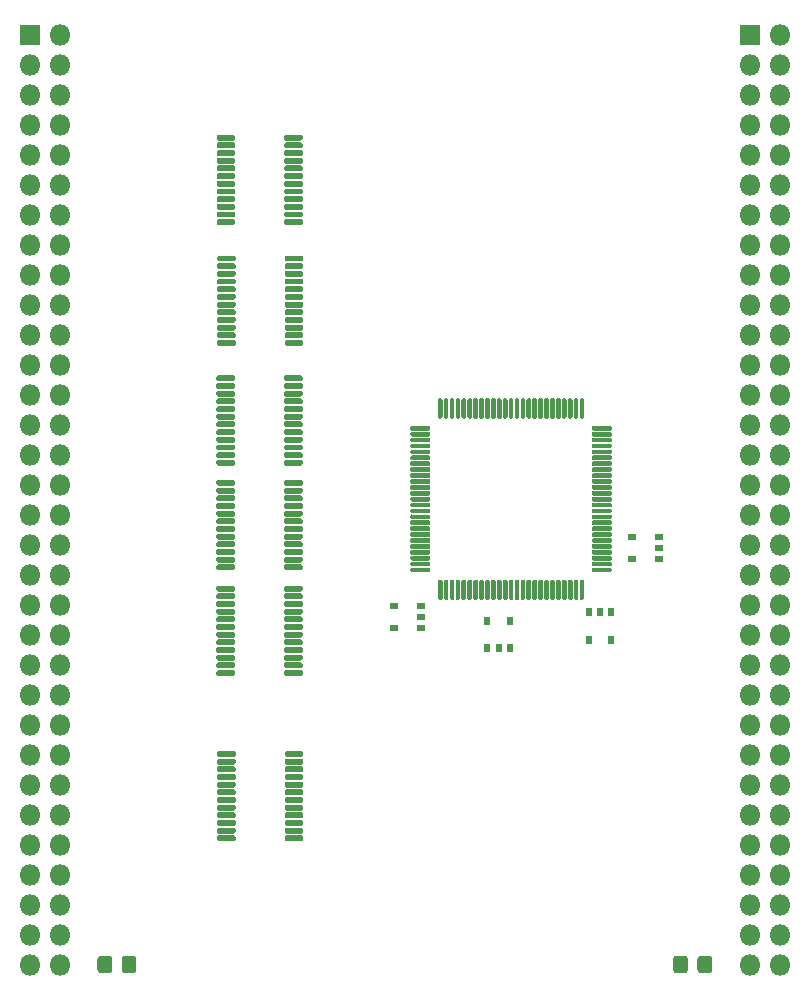
<source format=gbr>
%TF.GenerationSoftware,KiCad,Pcbnew,(5.1.6)-1*%
%TF.CreationDate,2020-07-30T18:42:53+03:00*%
%TF.ProjectId,386_v1,3338365f-7631-42e6-9b69-6361645f7063,rev?*%
%TF.SameCoordinates,Original*%
%TF.FileFunction,Soldermask,Top*%
%TF.FilePolarity,Negative*%
%FSLAX46Y46*%
G04 Gerber Fmt 4.6, Leading zero omitted, Abs format (unit mm)*
G04 Created by KiCad (PCBNEW (5.1.6)-1) date 2020-07-30 18:42:53*
%MOMM*%
%LPD*%
G01*
G04 APERTURE LIST*
%ADD10R,1.800000X1.800000*%
%ADD11O,1.800000X1.800000*%
%ADD12R,0.610000X0.800000*%
%ADD13R,0.800000X0.610000*%
G04 APERTURE END LIST*
D10*
%TO.C,U8*%
X31860000Y-27960000D03*
D11*
X34400000Y-27960000D03*
X31860000Y-30500000D03*
X34400000Y-30500000D03*
X31860000Y-33040000D03*
X34400000Y-33040000D03*
X31860000Y-35580000D03*
X34400000Y-35580000D03*
X31860000Y-38120000D03*
X34400000Y-38120000D03*
X31860000Y-40660000D03*
X34400000Y-40660000D03*
X31860000Y-43200000D03*
X34400000Y-43200000D03*
X31860000Y-45740000D03*
X34400000Y-45740000D03*
X31860000Y-48280000D03*
X34400000Y-48280000D03*
X31860000Y-50820000D03*
X34400000Y-50820000D03*
X31860000Y-53360000D03*
X34400000Y-53360000D03*
X31860000Y-55900000D03*
X34400000Y-55900000D03*
X31860000Y-58440000D03*
X34400000Y-58440000D03*
X31860000Y-60980000D03*
X34400000Y-60980000D03*
X31860000Y-63520000D03*
X34400000Y-63520000D03*
X31860000Y-66060000D03*
X34400000Y-66060000D03*
X31860000Y-68600000D03*
X34400000Y-68600000D03*
X31860000Y-71140000D03*
X34400000Y-71140000D03*
X31860000Y-73680000D03*
X34400000Y-73680000D03*
X31860000Y-76220000D03*
X34400000Y-76220000D03*
X31860000Y-78760000D03*
X34400000Y-78760000D03*
X31860000Y-81300000D03*
X34400000Y-81300000D03*
X31860000Y-83840000D03*
X34400000Y-83840000D03*
X31860000Y-86380000D03*
X34400000Y-86380000D03*
X31860000Y-88920000D03*
X34400000Y-88920000D03*
X31860000Y-91460000D03*
X34400000Y-91460000D03*
X31860000Y-94000000D03*
X34400000Y-94000000D03*
X31860000Y-96540000D03*
X34400000Y-96540000D03*
X31860000Y-99080000D03*
X34400000Y-99080000D03*
X31860000Y-101620000D03*
X34400000Y-101620000D03*
X31860000Y-104160000D03*
X34400000Y-104160000D03*
X31860000Y-106700000D03*
X34400000Y-106700000D03*
%TD*%
%TO.C,U4*%
G36*
G01*
X54962500Y-43725000D02*
X54962500Y-43975000D01*
G75*
G02*
X54837500Y-44100000I-125000J0D01*
G01*
X53512500Y-44100000D01*
G75*
G02*
X53387500Y-43975000I0J125000D01*
G01*
X53387500Y-43725000D01*
G75*
G02*
X53512500Y-43600000I125000J0D01*
G01*
X54837500Y-43600000D01*
G75*
G02*
X54962500Y-43725000I0J-125000D01*
G01*
G37*
G36*
G01*
X54962500Y-43075000D02*
X54962500Y-43325000D01*
G75*
G02*
X54837500Y-43450000I-125000J0D01*
G01*
X53512500Y-43450000D01*
G75*
G02*
X53387500Y-43325000I0J125000D01*
G01*
X53387500Y-43075000D01*
G75*
G02*
X53512500Y-42950000I125000J0D01*
G01*
X54837500Y-42950000D01*
G75*
G02*
X54962500Y-43075000I0J-125000D01*
G01*
G37*
G36*
G01*
X54962500Y-42425000D02*
X54962500Y-42675000D01*
G75*
G02*
X54837500Y-42800000I-125000J0D01*
G01*
X53512500Y-42800000D01*
G75*
G02*
X53387500Y-42675000I0J125000D01*
G01*
X53387500Y-42425000D01*
G75*
G02*
X53512500Y-42300000I125000J0D01*
G01*
X54837500Y-42300000D01*
G75*
G02*
X54962500Y-42425000I0J-125000D01*
G01*
G37*
G36*
G01*
X54962500Y-41775000D02*
X54962500Y-42025000D01*
G75*
G02*
X54837500Y-42150000I-125000J0D01*
G01*
X53512500Y-42150000D01*
G75*
G02*
X53387500Y-42025000I0J125000D01*
G01*
X53387500Y-41775000D01*
G75*
G02*
X53512500Y-41650000I125000J0D01*
G01*
X54837500Y-41650000D01*
G75*
G02*
X54962500Y-41775000I0J-125000D01*
G01*
G37*
G36*
G01*
X54962500Y-41125000D02*
X54962500Y-41375000D01*
G75*
G02*
X54837500Y-41500000I-125000J0D01*
G01*
X53512500Y-41500000D01*
G75*
G02*
X53387500Y-41375000I0J125000D01*
G01*
X53387500Y-41125000D01*
G75*
G02*
X53512500Y-41000000I125000J0D01*
G01*
X54837500Y-41000000D01*
G75*
G02*
X54962500Y-41125000I0J-125000D01*
G01*
G37*
G36*
G01*
X54962500Y-40475000D02*
X54962500Y-40725000D01*
G75*
G02*
X54837500Y-40850000I-125000J0D01*
G01*
X53512500Y-40850000D01*
G75*
G02*
X53387500Y-40725000I0J125000D01*
G01*
X53387500Y-40475000D01*
G75*
G02*
X53512500Y-40350000I125000J0D01*
G01*
X54837500Y-40350000D01*
G75*
G02*
X54962500Y-40475000I0J-125000D01*
G01*
G37*
G36*
G01*
X54962500Y-39825000D02*
X54962500Y-40075000D01*
G75*
G02*
X54837500Y-40200000I-125000J0D01*
G01*
X53512500Y-40200000D01*
G75*
G02*
X53387500Y-40075000I0J125000D01*
G01*
X53387500Y-39825000D01*
G75*
G02*
X53512500Y-39700000I125000J0D01*
G01*
X54837500Y-39700000D01*
G75*
G02*
X54962500Y-39825000I0J-125000D01*
G01*
G37*
G36*
G01*
X54962500Y-39175000D02*
X54962500Y-39425000D01*
G75*
G02*
X54837500Y-39550000I-125000J0D01*
G01*
X53512500Y-39550000D01*
G75*
G02*
X53387500Y-39425000I0J125000D01*
G01*
X53387500Y-39175000D01*
G75*
G02*
X53512500Y-39050000I125000J0D01*
G01*
X54837500Y-39050000D01*
G75*
G02*
X54962500Y-39175000I0J-125000D01*
G01*
G37*
G36*
G01*
X54962500Y-38525000D02*
X54962500Y-38775000D01*
G75*
G02*
X54837500Y-38900000I-125000J0D01*
G01*
X53512500Y-38900000D01*
G75*
G02*
X53387500Y-38775000I0J125000D01*
G01*
X53387500Y-38525000D01*
G75*
G02*
X53512500Y-38400000I125000J0D01*
G01*
X54837500Y-38400000D01*
G75*
G02*
X54962500Y-38525000I0J-125000D01*
G01*
G37*
G36*
G01*
X54962500Y-37875000D02*
X54962500Y-38125000D01*
G75*
G02*
X54837500Y-38250000I-125000J0D01*
G01*
X53512500Y-38250000D01*
G75*
G02*
X53387500Y-38125000I0J125000D01*
G01*
X53387500Y-37875000D01*
G75*
G02*
X53512500Y-37750000I125000J0D01*
G01*
X54837500Y-37750000D01*
G75*
G02*
X54962500Y-37875000I0J-125000D01*
G01*
G37*
G36*
G01*
X54962500Y-37225000D02*
X54962500Y-37475000D01*
G75*
G02*
X54837500Y-37600000I-125000J0D01*
G01*
X53512500Y-37600000D01*
G75*
G02*
X53387500Y-37475000I0J125000D01*
G01*
X53387500Y-37225000D01*
G75*
G02*
X53512500Y-37100000I125000J0D01*
G01*
X54837500Y-37100000D01*
G75*
G02*
X54962500Y-37225000I0J-125000D01*
G01*
G37*
G36*
G01*
X54962500Y-36575000D02*
X54962500Y-36825000D01*
G75*
G02*
X54837500Y-36950000I-125000J0D01*
G01*
X53512500Y-36950000D01*
G75*
G02*
X53387500Y-36825000I0J125000D01*
G01*
X53387500Y-36575000D01*
G75*
G02*
X53512500Y-36450000I125000J0D01*
G01*
X54837500Y-36450000D01*
G75*
G02*
X54962500Y-36575000I0J-125000D01*
G01*
G37*
G36*
G01*
X49237500Y-36575000D02*
X49237500Y-36825000D01*
G75*
G02*
X49112500Y-36950000I-125000J0D01*
G01*
X47787500Y-36950000D01*
G75*
G02*
X47662500Y-36825000I0J125000D01*
G01*
X47662500Y-36575000D01*
G75*
G02*
X47787500Y-36450000I125000J0D01*
G01*
X49112500Y-36450000D01*
G75*
G02*
X49237500Y-36575000I0J-125000D01*
G01*
G37*
G36*
G01*
X49237500Y-37225000D02*
X49237500Y-37475000D01*
G75*
G02*
X49112500Y-37600000I-125000J0D01*
G01*
X47787500Y-37600000D01*
G75*
G02*
X47662500Y-37475000I0J125000D01*
G01*
X47662500Y-37225000D01*
G75*
G02*
X47787500Y-37100000I125000J0D01*
G01*
X49112500Y-37100000D01*
G75*
G02*
X49237500Y-37225000I0J-125000D01*
G01*
G37*
G36*
G01*
X49237500Y-37875000D02*
X49237500Y-38125000D01*
G75*
G02*
X49112500Y-38250000I-125000J0D01*
G01*
X47787500Y-38250000D01*
G75*
G02*
X47662500Y-38125000I0J125000D01*
G01*
X47662500Y-37875000D01*
G75*
G02*
X47787500Y-37750000I125000J0D01*
G01*
X49112500Y-37750000D01*
G75*
G02*
X49237500Y-37875000I0J-125000D01*
G01*
G37*
G36*
G01*
X49237500Y-38525000D02*
X49237500Y-38775000D01*
G75*
G02*
X49112500Y-38900000I-125000J0D01*
G01*
X47787500Y-38900000D01*
G75*
G02*
X47662500Y-38775000I0J125000D01*
G01*
X47662500Y-38525000D01*
G75*
G02*
X47787500Y-38400000I125000J0D01*
G01*
X49112500Y-38400000D01*
G75*
G02*
X49237500Y-38525000I0J-125000D01*
G01*
G37*
G36*
G01*
X49237500Y-39175000D02*
X49237500Y-39425000D01*
G75*
G02*
X49112500Y-39550000I-125000J0D01*
G01*
X47787500Y-39550000D01*
G75*
G02*
X47662500Y-39425000I0J125000D01*
G01*
X47662500Y-39175000D01*
G75*
G02*
X47787500Y-39050000I125000J0D01*
G01*
X49112500Y-39050000D01*
G75*
G02*
X49237500Y-39175000I0J-125000D01*
G01*
G37*
G36*
G01*
X49237500Y-39825000D02*
X49237500Y-40075000D01*
G75*
G02*
X49112500Y-40200000I-125000J0D01*
G01*
X47787500Y-40200000D01*
G75*
G02*
X47662500Y-40075000I0J125000D01*
G01*
X47662500Y-39825000D01*
G75*
G02*
X47787500Y-39700000I125000J0D01*
G01*
X49112500Y-39700000D01*
G75*
G02*
X49237500Y-39825000I0J-125000D01*
G01*
G37*
G36*
G01*
X49237500Y-40475000D02*
X49237500Y-40725000D01*
G75*
G02*
X49112500Y-40850000I-125000J0D01*
G01*
X47787500Y-40850000D01*
G75*
G02*
X47662500Y-40725000I0J125000D01*
G01*
X47662500Y-40475000D01*
G75*
G02*
X47787500Y-40350000I125000J0D01*
G01*
X49112500Y-40350000D01*
G75*
G02*
X49237500Y-40475000I0J-125000D01*
G01*
G37*
G36*
G01*
X49237500Y-41125000D02*
X49237500Y-41375000D01*
G75*
G02*
X49112500Y-41500000I-125000J0D01*
G01*
X47787500Y-41500000D01*
G75*
G02*
X47662500Y-41375000I0J125000D01*
G01*
X47662500Y-41125000D01*
G75*
G02*
X47787500Y-41000000I125000J0D01*
G01*
X49112500Y-41000000D01*
G75*
G02*
X49237500Y-41125000I0J-125000D01*
G01*
G37*
G36*
G01*
X49237500Y-41775000D02*
X49237500Y-42025000D01*
G75*
G02*
X49112500Y-42150000I-125000J0D01*
G01*
X47787500Y-42150000D01*
G75*
G02*
X47662500Y-42025000I0J125000D01*
G01*
X47662500Y-41775000D01*
G75*
G02*
X47787500Y-41650000I125000J0D01*
G01*
X49112500Y-41650000D01*
G75*
G02*
X49237500Y-41775000I0J-125000D01*
G01*
G37*
G36*
G01*
X49237500Y-42425000D02*
X49237500Y-42675000D01*
G75*
G02*
X49112500Y-42800000I-125000J0D01*
G01*
X47787500Y-42800000D01*
G75*
G02*
X47662500Y-42675000I0J125000D01*
G01*
X47662500Y-42425000D01*
G75*
G02*
X47787500Y-42300000I125000J0D01*
G01*
X49112500Y-42300000D01*
G75*
G02*
X49237500Y-42425000I0J-125000D01*
G01*
G37*
G36*
G01*
X49237500Y-43075000D02*
X49237500Y-43325000D01*
G75*
G02*
X49112500Y-43450000I-125000J0D01*
G01*
X47787500Y-43450000D01*
G75*
G02*
X47662500Y-43325000I0J125000D01*
G01*
X47662500Y-43075000D01*
G75*
G02*
X47787500Y-42950000I125000J0D01*
G01*
X49112500Y-42950000D01*
G75*
G02*
X49237500Y-43075000I0J-125000D01*
G01*
G37*
G36*
G01*
X49237500Y-43725000D02*
X49237500Y-43975000D01*
G75*
G02*
X49112500Y-44100000I-125000J0D01*
G01*
X47787500Y-44100000D01*
G75*
G02*
X47662500Y-43975000I0J125000D01*
G01*
X47662500Y-43725000D01*
G75*
G02*
X47787500Y-43600000I125000J0D01*
G01*
X49112500Y-43600000D01*
G75*
G02*
X49237500Y-43725000I0J-125000D01*
G01*
G37*
%TD*%
%TO.C,C11*%
G36*
G01*
X87575000Y-106221738D02*
X87575000Y-107178262D01*
G75*
G02*
X87303262Y-107450000I-271738J0D01*
G01*
X86596738Y-107450000D01*
G75*
G02*
X86325000Y-107178262I0J271738D01*
G01*
X86325000Y-106221738D01*
G75*
G02*
X86596738Y-105950000I271738J0D01*
G01*
X87303262Y-105950000D01*
G75*
G02*
X87575000Y-106221738I0J-271738D01*
G01*
G37*
G36*
G01*
X89625000Y-106221738D02*
X89625000Y-107178262D01*
G75*
G02*
X89353262Y-107450000I-271738J0D01*
G01*
X88646738Y-107450000D01*
G75*
G02*
X88375000Y-107178262I0J271738D01*
G01*
X88375000Y-106221738D01*
G75*
G02*
X88646738Y-105950000I271738J0D01*
G01*
X89353262Y-105950000D01*
G75*
G02*
X89625000Y-106221738I0J-271738D01*
G01*
G37*
%TD*%
%TO.C,C12*%
G36*
G01*
X37575000Y-107178262D02*
X37575000Y-106221738D01*
G75*
G02*
X37846738Y-105950000I271738J0D01*
G01*
X38553262Y-105950000D01*
G75*
G02*
X38825000Y-106221738I0J-271738D01*
G01*
X38825000Y-107178262D01*
G75*
G02*
X38553262Y-107450000I-271738J0D01*
G01*
X37846738Y-107450000D01*
G75*
G02*
X37575000Y-107178262I0J271738D01*
G01*
G37*
G36*
G01*
X39625000Y-107178262D02*
X39625000Y-106221738D01*
G75*
G02*
X39896738Y-105950000I271738J0D01*
G01*
X40603262Y-105950000D01*
G75*
G02*
X40875000Y-106221738I0J-271738D01*
G01*
X40875000Y-107178262D01*
G75*
G02*
X40603262Y-107450000I-271738J0D01*
G01*
X39896738Y-107450000D01*
G75*
G02*
X39625000Y-107178262I0J271738D01*
G01*
G37*
%TD*%
D12*
%TO.C,U1*%
X70600000Y-77580000D03*
X72500000Y-77580000D03*
X72500000Y-79900000D03*
X71550000Y-79900000D03*
X70600000Y-79900000D03*
%TD*%
D13*
%TO.C,U2*%
X85120000Y-72400000D03*
X85120000Y-71450000D03*
X85120000Y-70500000D03*
X82800000Y-70500000D03*
X82800000Y-72400000D03*
%TD*%
%TO.C,U3*%
G36*
G01*
X66700000Y-75825000D02*
X66500000Y-75825000D01*
G75*
G02*
X66400000Y-75725000I0J100000D01*
G01*
X66400000Y-74225000D01*
G75*
G02*
X66500000Y-74125000I100000J0D01*
G01*
X66700000Y-74125000D01*
G75*
G02*
X66800000Y-74225000I0J-100000D01*
G01*
X66800000Y-75725000D01*
G75*
G02*
X66700000Y-75825000I-100000J0D01*
G01*
G37*
G36*
G01*
X67200000Y-75825000D02*
X67000000Y-75825000D01*
G75*
G02*
X66900000Y-75725000I0J100000D01*
G01*
X66900000Y-74225000D01*
G75*
G02*
X67000000Y-74125000I100000J0D01*
G01*
X67200000Y-74125000D01*
G75*
G02*
X67300000Y-74225000I0J-100000D01*
G01*
X67300000Y-75725000D01*
G75*
G02*
X67200000Y-75825000I-100000J0D01*
G01*
G37*
G36*
G01*
X67700000Y-75825000D02*
X67500000Y-75825000D01*
G75*
G02*
X67400000Y-75725000I0J100000D01*
G01*
X67400000Y-74225000D01*
G75*
G02*
X67500000Y-74125000I100000J0D01*
G01*
X67700000Y-74125000D01*
G75*
G02*
X67800000Y-74225000I0J-100000D01*
G01*
X67800000Y-75725000D01*
G75*
G02*
X67700000Y-75825000I-100000J0D01*
G01*
G37*
G36*
G01*
X68200000Y-75825000D02*
X68000000Y-75825000D01*
G75*
G02*
X67900000Y-75725000I0J100000D01*
G01*
X67900000Y-74225000D01*
G75*
G02*
X68000000Y-74125000I100000J0D01*
G01*
X68200000Y-74125000D01*
G75*
G02*
X68300000Y-74225000I0J-100000D01*
G01*
X68300000Y-75725000D01*
G75*
G02*
X68200000Y-75825000I-100000J0D01*
G01*
G37*
G36*
G01*
X68700000Y-75825000D02*
X68500000Y-75825000D01*
G75*
G02*
X68400000Y-75725000I0J100000D01*
G01*
X68400000Y-74225000D01*
G75*
G02*
X68500000Y-74125000I100000J0D01*
G01*
X68700000Y-74125000D01*
G75*
G02*
X68800000Y-74225000I0J-100000D01*
G01*
X68800000Y-75725000D01*
G75*
G02*
X68700000Y-75825000I-100000J0D01*
G01*
G37*
G36*
G01*
X69200000Y-75825000D02*
X69000000Y-75825000D01*
G75*
G02*
X68900000Y-75725000I0J100000D01*
G01*
X68900000Y-74225000D01*
G75*
G02*
X69000000Y-74125000I100000J0D01*
G01*
X69200000Y-74125000D01*
G75*
G02*
X69300000Y-74225000I0J-100000D01*
G01*
X69300000Y-75725000D01*
G75*
G02*
X69200000Y-75825000I-100000J0D01*
G01*
G37*
G36*
G01*
X69700000Y-75825000D02*
X69500000Y-75825000D01*
G75*
G02*
X69400000Y-75725000I0J100000D01*
G01*
X69400000Y-74225000D01*
G75*
G02*
X69500000Y-74125000I100000J0D01*
G01*
X69700000Y-74125000D01*
G75*
G02*
X69800000Y-74225000I0J-100000D01*
G01*
X69800000Y-75725000D01*
G75*
G02*
X69700000Y-75825000I-100000J0D01*
G01*
G37*
G36*
G01*
X70200000Y-75825000D02*
X70000000Y-75825000D01*
G75*
G02*
X69900000Y-75725000I0J100000D01*
G01*
X69900000Y-74225000D01*
G75*
G02*
X70000000Y-74125000I100000J0D01*
G01*
X70200000Y-74125000D01*
G75*
G02*
X70300000Y-74225000I0J-100000D01*
G01*
X70300000Y-75725000D01*
G75*
G02*
X70200000Y-75825000I-100000J0D01*
G01*
G37*
G36*
G01*
X70700000Y-75825000D02*
X70500000Y-75825000D01*
G75*
G02*
X70400000Y-75725000I0J100000D01*
G01*
X70400000Y-74225000D01*
G75*
G02*
X70500000Y-74125000I100000J0D01*
G01*
X70700000Y-74125000D01*
G75*
G02*
X70800000Y-74225000I0J-100000D01*
G01*
X70800000Y-75725000D01*
G75*
G02*
X70700000Y-75825000I-100000J0D01*
G01*
G37*
G36*
G01*
X71200000Y-75825000D02*
X71000000Y-75825000D01*
G75*
G02*
X70900000Y-75725000I0J100000D01*
G01*
X70900000Y-74225000D01*
G75*
G02*
X71000000Y-74125000I100000J0D01*
G01*
X71200000Y-74125000D01*
G75*
G02*
X71300000Y-74225000I0J-100000D01*
G01*
X71300000Y-75725000D01*
G75*
G02*
X71200000Y-75825000I-100000J0D01*
G01*
G37*
G36*
G01*
X71700000Y-75825000D02*
X71500000Y-75825000D01*
G75*
G02*
X71400000Y-75725000I0J100000D01*
G01*
X71400000Y-74225000D01*
G75*
G02*
X71500000Y-74125000I100000J0D01*
G01*
X71700000Y-74125000D01*
G75*
G02*
X71800000Y-74225000I0J-100000D01*
G01*
X71800000Y-75725000D01*
G75*
G02*
X71700000Y-75825000I-100000J0D01*
G01*
G37*
G36*
G01*
X72200000Y-75825000D02*
X72000000Y-75825000D01*
G75*
G02*
X71900000Y-75725000I0J100000D01*
G01*
X71900000Y-74225000D01*
G75*
G02*
X72000000Y-74125000I100000J0D01*
G01*
X72200000Y-74125000D01*
G75*
G02*
X72300000Y-74225000I0J-100000D01*
G01*
X72300000Y-75725000D01*
G75*
G02*
X72200000Y-75825000I-100000J0D01*
G01*
G37*
G36*
G01*
X72700000Y-75825000D02*
X72500000Y-75825000D01*
G75*
G02*
X72400000Y-75725000I0J100000D01*
G01*
X72400000Y-74225000D01*
G75*
G02*
X72500000Y-74125000I100000J0D01*
G01*
X72700000Y-74125000D01*
G75*
G02*
X72800000Y-74225000I0J-100000D01*
G01*
X72800000Y-75725000D01*
G75*
G02*
X72700000Y-75825000I-100000J0D01*
G01*
G37*
G36*
G01*
X73200000Y-75825000D02*
X73000000Y-75825000D01*
G75*
G02*
X72900000Y-75725000I0J100000D01*
G01*
X72900000Y-74225000D01*
G75*
G02*
X73000000Y-74125000I100000J0D01*
G01*
X73200000Y-74125000D01*
G75*
G02*
X73300000Y-74225000I0J-100000D01*
G01*
X73300000Y-75725000D01*
G75*
G02*
X73200000Y-75825000I-100000J0D01*
G01*
G37*
G36*
G01*
X73700000Y-75825000D02*
X73500000Y-75825000D01*
G75*
G02*
X73400000Y-75725000I0J100000D01*
G01*
X73400000Y-74225000D01*
G75*
G02*
X73500000Y-74125000I100000J0D01*
G01*
X73700000Y-74125000D01*
G75*
G02*
X73800000Y-74225000I0J-100000D01*
G01*
X73800000Y-75725000D01*
G75*
G02*
X73700000Y-75825000I-100000J0D01*
G01*
G37*
G36*
G01*
X74200000Y-75825000D02*
X74000000Y-75825000D01*
G75*
G02*
X73900000Y-75725000I0J100000D01*
G01*
X73900000Y-74225000D01*
G75*
G02*
X74000000Y-74125000I100000J0D01*
G01*
X74200000Y-74125000D01*
G75*
G02*
X74300000Y-74225000I0J-100000D01*
G01*
X74300000Y-75725000D01*
G75*
G02*
X74200000Y-75825000I-100000J0D01*
G01*
G37*
G36*
G01*
X74700000Y-75825000D02*
X74500000Y-75825000D01*
G75*
G02*
X74400000Y-75725000I0J100000D01*
G01*
X74400000Y-74225000D01*
G75*
G02*
X74500000Y-74125000I100000J0D01*
G01*
X74700000Y-74125000D01*
G75*
G02*
X74800000Y-74225000I0J-100000D01*
G01*
X74800000Y-75725000D01*
G75*
G02*
X74700000Y-75825000I-100000J0D01*
G01*
G37*
G36*
G01*
X75200000Y-75825000D02*
X75000000Y-75825000D01*
G75*
G02*
X74900000Y-75725000I0J100000D01*
G01*
X74900000Y-74225000D01*
G75*
G02*
X75000000Y-74125000I100000J0D01*
G01*
X75200000Y-74125000D01*
G75*
G02*
X75300000Y-74225000I0J-100000D01*
G01*
X75300000Y-75725000D01*
G75*
G02*
X75200000Y-75825000I-100000J0D01*
G01*
G37*
G36*
G01*
X75700000Y-75825000D02*
X75500000Y-75825000D01*
G75*
G02*
X75400000Y-75725000I0J100000D01*
G01*
X75400000Y-74225000D01*
G75*
G02*
X75500000Y-74125000I100000J0D01*
G01*
X75700000Y-74125000D01*
G75*
G02*
X75800000Y-74225000I0J-100000D01*
G01*
X75800000Y-75725000D01*
G75*
G02*
X75700000Y-75825000I-100000J0D01*
G01*
G37*
G36*
G01*
X76200000Y-75825000D02*
X76000000Y-75825000D01*
G75*
G02*
X75900000Y-75725000I0J100000D01*
G01*
X75900000Y-74225000D01*
G75*
G02*
X76000000Y-74125000I100000J0D01*
G01*
X76200000Y-74125000D01*
G75*
G02*
X76300000Y-74225000I0J-100000D01*
G01*
X76300000Y-75725000D01*
G75*
G02*
X76200000Y-75825000I-100000J0D01*
G01*
G37*
G36*
G01*
X76700000Y-75825000D02*
X76500000Y-75825000D01*
G75*
G02*
X76400000Y-75725000I0J100000D01*
G01*
X76400000Y-74225000D01*
G75*
G02*
X76500000Y-74125000I100000J0D01*
G01*
X76700000Y-74125000D01*
G75*
G02*
X76800000Y-74225000I0J-100000D01*
G01*
X76800000Y-75725000D01*
G75*
G02*
X76700000Y-75825000I-100000J0D01*
G01*
G37*
G36*
G01*
X77200000Y-75825000D02*
X77000000Y-75825000D01*
G75*
G02*
X76900000Y-75725000I0J100000D01*
G01*
X76900000Y-74225000D01*
G75*
G02*
X77000000Y-74125000I100000J0D01*
G01*
X77200000Y-74125000D01*
G75*
G02*
X77300000Y-74225000I0J-100000D01*
G01*
X77300000Y-75725000D01*
G75*
G02*
X77200000Y-75825000I-100000J0D01*
G01*
G37*
G36*
G01*
X77700000Y-75825000D02*
X77500000Y-75825000D01*
G75*
G02*
X77400000Y-75725000I0J100000D01*
G01*
X77400000Y-74225000D01*
G75*
G02*
X77500000Y-74125000I100000J0D01*
G01*
X77700000Y-74125000D01*
G75*
G02*
X77800000Y-74225000I0J-100000D01*
G01*
X77800000Y-75725000D01*
G75*
G02*
X77700000Y-75825000I-100000J0D01*
G01*
G37*
G36*
G01*
X78200000Y-75825000D02*
X78000000Y-75825000D01*
G75*
G02*
X77900000Y-75725000I0J100000D01*
G01*
X77900000Y-74225000D01*
G75*
G02*
X78000000Y-74125000I100000J0D01*
G01*
X78200000Y-74125000D01*
G75*
G02*
X78300000Y-74225000I0J-100000D01*
G01*
X78300000Y-75725000D01*
G75*
G02*
X78200000Y-75825000I-100000J0D01*
G01*
G37*
G36*
G01*
X78700000Y-75825000D02*
X78500000Y-75825000D01*
G75*
G02*
X78400000Y-75725000I0J100000D01*
G01*
X78400000Y-74225000D01*
G75*
G02*
X78500000Y-74125000I100000J0D01*
G01*
X78700000Y-74125000D01*
G75*
G02*
X78800000Y-74225000I0J-100000D01*
G01*
X78800000Y-75725000D01*
G75*
G02*
X78700000Y-75825000I-100000J0D01*
G01*
G37*
G36*
G01*
X81025000Y-73500000D02*
X79525000Y-73500000D01*
G75*
G02*
X79425000Y-73400000I0J100000D01*
G01*
X79425000Y-73200000D01*
G75*
G02*
X79525000Y-73100000I100000J0D01*
G01*
X81025000Y-73100000D01*
G75*
G02*
X81125000Y-73200000I0J-100000D01*
G01*
X81125000Y-73400000D01*
G75*
G02*
X81025000Y-73500000I-100000J0D01*
G01*
G37*
G36*
G01*
X81025000Y-73000000D02*
X79525000Y-73000000D01*
G75*
G02*
X79425000Y-72900000I0J100000D01*
G01*
X79425000Y-72700000D01*
G75*
G02*
X79525000Y-72600000I100000J0D01*
G01*
X81025000Y-72600000D01*
G75*
G02*
X81125000Y-72700000I0J-100000D01*
G01*
X81125000Y-72900000D01*
G75*
G02*
X81025000Y-73000000I-100000J0D01*
G01*
G37*
G36*
G01*
X81025000Y-72500000D02*
X79525000Y-72500000D01*
G75*
G02*
X79425000Y-72400000I0J100000D01*
G01*
X79425000Y-72200000D01*
G75*
G02*
X79525000Y-72100000I100000J0D01*
G01*
X81025000Y-72100000D01*
G75*
G02*
X81125000Y-72200000I0J-100000D01*
G01*
X81125000Y-72400000D01*
G75*
G02*
X81025000Y-72500000I-100000J0D01*
G01*
G37*
G36*
G01*
X81025000Y-72000000D02*
X79525000Y-72000000D01*
G75*
G02*
X79425000Y-71900000I0J100000D01*
G01*
X79425000Y-71700000D01*
G75*
G02*
X79525000Y-71600000I100000J0D01*
G01*
X81025000Y-71600000D01*
G75*
G02*
X81125000Y-71700000I0J-100000D01*
G01*
X81125000Y-71900000D01*
G75*
G02*
X81025000Y-72000000I-100000J0D01*
G01*
G37*
G36*
G01*
X81025000Y-71500000D02*
X79525000Y-71500000D01*
G75*
G02*
X79425000Y-71400000I0J100000D01*
G01*
X79425000Y-71200000D01*
G75*
G02*
X79525000Y-71100000I100000J0D01*
G01*
X81025000Y-71100000D01*
G75*
G02*
X81125000Y-71200000I0J-100000D01*
G01*
X81125000Y-71400000D01*
G75*
G02*
X81025000Y-71500000I-100000J0D01*
G01*
G37*
G36*
G01*
X81025000Y-71000000D02*
X79525000Y-71000000D01*
G75*
G02*
X79425000Y-70900000I0J100000D01*
G01*
X79425000Y-70700000D01*
G75*
G02*
X79525000Y-70600000I100000J0D01*
G01*
X81025000Y-70600000D01*
G75*
G02*
X81125000Y-70700000I0J-100000D01*
G01*
X81125000Y-70900000D01*
G75*
G02*
X81025000Y-71000000I-100000J0D01*
G01*
G37*
G36*
G01*
X81025000Y-70500000D02*
X79525000Y-70500000D01*
G75*
G02*
X79425000Y-70400000I0J100000D01*
G01*
X79425000Y-70200000D01*
G75*
G02*
X79525000Y-70100000I100000J0D01*
G01*
X81025000Y-70100000D01*
G75*
G02*
X81125000Y-70200000I0J-100000D01*
G01*
X81125000Y-70400000D01*
G75*
G02*
X81025000Y-70500000I-100000J0D01*
G01*
G37*
G36*
G01*
X81025000Y-70000000D02*
X79525000Y-70000000D01*
G75*
G02*
X79425000Y-69900000I0J100000D01*
G01*
X79425000Y-69700000D01*
G75*
G02*
X79525000Y-69600000I100000J0D01*
G01*
X81025000Y-69600000D01*
G75*
G02*
X81125000Y-69700000I0J-100000D01*
G01*
X81125000Y-69900000D01*
G75*
G02*
X81025000Y-70000000I-100000J0D01*
G01*
G37*
G36*
G01*
X81025000Y-69500000D02*
X79525000Y-69500000D01*
G75*
G02*
X79425000Y-69400000I0J100000D01*
G01*
X79425000Y-69200000D01*
G75*
G02*
X79525000Y-69100000I100000J0D01*
G01*
X81025000Y-69100000D01*
G75*
G02*
X81125000Y-69200000I0J-100000D01*
G01*
X81125000Y-69400000D01*
G75*
G02*
X81025000Y-69500000I-100000J0D01*
G01*
G37*
G36*
G01*
X81025000Y-69000000D02*
X79525000Y-69000000D01*
G75*
G02*
X79425000Y-68900000I0J100000D01*
G01*
X79425000Y-68700000D01*
G75*
G02*
X79525000Y-68600000I100000J0D01*
G01*
X81025000Y-68600000D01*
G75*
G02*
X81125000Y-68700000I0J-100000D01*
G01*
X81125000Y-68900000D01*
G75*
G02*
X81025000Y-69000000I-100000J0D01*
G01*
G37*
G36*
G01*
X81025000Y-68500000D02*
X79525000Y-68500000D01*
G75*
G02*
X79425000Y-68400000I0J100000D01*
G01*
X79425000Y-68200000D01*
G75*
G02*
X79525000Y-68100000I100000J0D01*
G01*
X81025000Y-68100000D01*
G75*
G02*
X81125000Y-68200000I0J-100000D01*
G01*
X81125000Y-68400000D01*
G75*
G02*
X81025000Y-68500000I-100000J0D01*
G01*
G37*
G36*
G01*
X81025000Y-68000000D02*
X79525000Y-68000000D01*
G75*
G02*
X79425000Y-67900000I0J100000D01*
G01*
X79425000Y-67700000D01*
G75*
G02*
X79525000Y-67600000I100000J0D01*
G01*
X81025000Y-67600000D01*
G75*
G02*
X81125000Y-67700000I0J-100000D01*
G01*
X81125000Y-67900000D01*
G75*
G02*
X81025000Y-68000000I-100000J0D01*
G01*
G37*
G36*
G01*
X81025000Y-67500000D02*
X79525000Y-67500000D01*
G75*
G02*
X79425000Y-67400000I0J100000D01*
G01*
X79425000Y-67200000D01*
G75*
G02*
X79525000Y-67100000I100000J0D01*
G01*
X81025000Y-67100000D01*
G75*
G02*
X81125000Y-67200000I0J-100000D01*
G01*
X81125000Y-67400000D01*
G75*
G02*
X81025000Y-67500000I-100000J0D01*
G01*
G37*
G36*
G01*
X81025000Y-67000000D02*
X79525000Y-67000000D01*
G75*
G02*
X79425000Y-66900000I0J100000D01*
G01*
X79425000Y-66700000D01*
G75*
G02*
X79525000Y-66600000I100000J0D01*
G01*
X81025000Y-66600000D01*
G75*
G02*
X81125000Y-66700000I0J-100000D01*
G01*
X81125000Y-66900000D01*
G75*
G02*
X81025000Y-67000000I-100000J0D01*
G01*
G37*
G36*
G01*
X81025000Y-66500000D02*
X79525000Y-66500000D01*
G75*
G02*
X79425000Y-66400000I0J100000D01*
G01*
X79425000Y-66200000D01*
G75*
G02*
X79525000Y-66100000I100000J0D01*
G01*
X81025000Y-66100000D01*
G75*
G02*
X81125000Y-66200000I0J-100000D01*
G01*
X81125000Y-66400000D01*
G75*
G02*
X81025000Y-66500000I-100000J0D01*
G01*
G37*
G36*
G01*
X81025000Y-66000000D02*
X79525000Y-66000000D01*
G75*
G02*
X79425000Y-65900000I0J100000D01*
G01*
X79425000Y-65700000D01*
G75*
G02*
X79525000Y-65600000I100000J0D01*
G01*
X81025000Y-65600000D01*
G75*
G02*
X81125000Y-65700000I0J-100000D01*
G01*
X81125000Y-65900000D01*
G75*
G02*
X81025000Y-66000000I-100000J0D01*
G01*
G37*
G36*
G01*
X81025000Y-65500000D02*
X79525000Y-65500000D01*
G75*
G02*
X79425000Y-65400000I0J100000D01*
G01*
X79425000Y-65200000D01*
G75*
G02*
X79525000Y-65100000I100000J0D01*
G01*
X81025000Y-65100000D01*
G75*
G02*
X81125000Y-65200000I0J-100000D01*
G01*
X81125000Y-65400000D01*
G75*
G02*
X81025000Y-65500000I-100000J0D01*
G01*
G37*
G36*
G01*
X81025000Y-65000000D02*
X79525000Y-65000000D01*
G75*
G02*
X79425000Y-64900000I0J100000D01*
G01*
X79425000Y-64700000D01*
G75*
G02*
X79525000Y-64600000I100000J0D01*
G01*
X81025000Y-64600000D01*
G75*
G02*
X81125000Y-64700000I0J-100000D01*
G01*
X81125000Y-64900000D01*
G75*
G02*
X81025000Y-65000000I-100000J0D01*
G01*
G37*
G36*
G01*
X81025000Y-64500000D02*
X79525000Y-64500000D01*
G75*
G02*
X79425000Y-64400000I0J100000D01*
G01*
X79425000Y-64200000D01*
G75*
G02*
X79525000Y-64100000I100000J0D01*
G01*
X81025000Y-64100000D01*
G75*
G02*
X81125000Y-64200000I0J-100000D01*
G01*
X81125000Y-64400000D01*
G75*
G02*
X81025000Y-64500000I-100000J0D01*
G01*
G37*
G36*
G01*
X81025000Y-64000000D02*
X79525000Y-64000000D01*
G75*
G02*
X79425000Y-63900000I0J100000D01*
G01*
X79425000Y-63700000D01*
G75*
G02*
X79525000Y-63600000I100000J0D01*
G01*
X81025000Y-63600000D01*
G75*
G02*
X81125000Y-63700000I0J-100000D01*
G01*
X81125000Y-63900000D01*
G75*
G02*
X81025000Y-64000000I-100000J0D01*
G01*
G37*
G36*
G01*
X81025000Y-63500000D02*
X79525000Y-63500000D01*
G75*
G02*
X79425000Y-63400000I0J100000D01*
G01*
X79425000Y-63200000D01*
G75*
G02*
X79525000Y-63100000I100000J0D01*
G01*
X81025000Y-63100000D01*
G75*
G02*
X81125000Y-63200000I0J-100000D01*
G01*
X81125000Y-63400000D01*
G75*
G02*
X81025000Y-63500000I-100000J0D01*
G01*
G37*
G36*
G01*
X81025000Y-63000000D02*
X79525000Y-63000000D01*
G75*
G02*
X79425000Y-62900000I0J100000D01*
G01*
X79425000Y-62700000D01*
G75*
G02*
X79525000Y-62600000I100000J0D01*
G01*
X81025000Y-62600000D01*
G75*
G02*
X81125000Y-62700000I0J-100000D01*
G01*
X81125000Y-62900000D01*
G75*
G02*
X81025000Y-63000000I-100000J0D01*
G01*
G37*
G36*
G01*
X81025000Y-62500000D02*
X79525000Y-62500000D01*
G75*
G02*
X79425000Y-62400000I0J100000D01*
G01*
X79425000Y-62200000D01*
G75*
G02*
X79525000Y-62100000I100000J0D01*
G01*
X81025000Y-62100000D01*
G75*
G02*
X81125000Y-62200000I0J-100000D01*
G01*
X81125000Y-62400000D01*
G75*
G02*
X81025000Y-62500000I-100000J0D01*
G01*
G37*
G36*
G01*
X81025000Y-62000000D02*
X79525000Y-62000000D01*
G75*
G02*
X79425000Y-61900000I0J100000D01*
G01*
X79425000Y-61700000D01*
G75*
G02*
X79525000Y-61600000I100000J0D01*
G01*
X81025000Y-61600000D01*
G75*
G02*
X81125000Y-61700000I0J-100000D01*
G01*
X81125000Y-61900000D01*
G75*
G02*
X81025000Y-62000000I-100000J0D01*
G01*
G37*
G36*
G01*
X81025000Y-61500000D02*
X79525000Y-61500000D01*
G75*
G02*
X79425000Y-61400000I0J100000D01*
G01*
X79425000Y-61200000D01*
G75*
G02*
X79525000Y-61100000I100000J0D01*
G01*
X81025000Y-61100000D01*
G75*
G02*
X81125000Y-61200000I0J-100000D01*
G01*
X81125000Y-61400000D01*
G75*
G02*
X81025000Y-61500000I-100000J0D01*
G01*
G37*
G36*
G01*
X78700000Y-60475000D02*
X78500000Y-60475000D01*
G75*
G02*
X78400000Y-60375000I0J100000D01*
G01*
X78400000Y-58875000D01*
G75*
G02*
X78500000Y-58775000I100000J0D01*
G01*
X78700000Y-58775000D01*
G75*
G02*
X78800000Y-58875000I0J-100000D01*
G01*
X78800000Y-60375000D01*
G75*
G02*
X78700000Y-60475000I-100000J0D01*
G01*
G37*
G36*
G01*
X78200000Y-60475000D02*
X78000000Y-60475000D01*
G75*
G02*
X77900000Y-60375000I0J100000D01*
G01*
X77900000Y-58875000D01*
G75*
G02*
X78000000Y-58775000I100000J0D01*
G01*
X78200000Y-58775000D01*
G75*
G02*
X78300000Y-58875000I0J-100000D01*
G01*
X78300000Y-60375000D01*
G75*
G02*
X78200000Y-60475000I-100000J0D01*
G01*
G37*
G36*
G01*
X77700000Y-60475000D02*
X77500000Y-60475000D01*
G75*
G02*
X77400000Y-60375000I0J100000D01*
G01*
X77400000Y-58875000D01*
G75*
G02*
X77500000Y-58775000I100000J0D01*
G01*
X77700000Y-58775000D01*
G75*
G02*
X77800000Y-58875000I0J-100000D01*
G01*
X77800000Y-60375000D01*
G75*
G02*
X77700000Y-60475000I-100000J0D01*
G01*
G37*
G36*
G01*
X77200000Y-60475000D02*
X77000000Y-60475000D01*
G75*
G02*
X76900000Y-60375000I0J100000D01*
G01*
X76900000Y-58875000D01*
G75*
G02*
X77000000Y-58775000I100000J0D01*
G01*
X77200000Y-58775000D01*
G75*
G02*
X77300000Y-58875000I0J-100000D01*
G01*
X77300000Y-60375000D01*
G75*
G02*
X77200000Y-60475000I-100000J0D01*
G01*
G37*
G36*
G01*
X76700000Y-60475000D02*
X76500000Y-60475000D01*
G75*
G02*
X76400000Y-60375000I0J100000D01*
G01*
X76400000Y-58875000D01*
G75*
G02*
X76500000Y-58775000I100000J0D01*
G01*
X76700000Y-58775000D01*
G75*
G02*
X76800000Y-58875000I0J-100000D01*
G01*
X76800000Y-60375000D01*
G75*
G02*
X76700000Y-60475000I-100000J0D01*
G01*
G37*
G36*
G01*
X76200000Y-60475000D02*
X76000000Y-60475000D01*
G75*
G02*
X75900000Y-60375000I0J100000D01*
G01*
X75900000Y-58875000D01*
G75*
G02*
X76000000Y-58775000I100000J0D01*
G01*
X76200000Y-58775000D01*
G75*
G02*
X76300000Y-58875000I0J-100000D01*
G01*
X76300000Y-60375000D01*
G75*
G02*
X76200000Y-60475000I-100000J0D01*
G01*
G37*
G36*
G01*
X75700000Y-60475000D02*
X75500000Y-60475000D01*
G75*
G02*
X75400000Y-60375000I0J100000D01*
G01*
X75400000Y-58875000D01*
G75*
G02*
X75500000Y-58775000I100000J0D01*
G01*
X75700000Y-58775000D01*
G75*
G02*
X75800000Y-58875000I0J-100000D01*
G01*
X75800000Y-60375000D01*
G75*
G02*
X75700000Y-60475000I-100000J0D01*
G01*
G37*
G36*
G01*
X75200000Y-60475000D02*
X75000000Y-60475000D01*
G75*
G02*
X74900000Y-60375000I0J100000D01*
G01*
X74900000Y-58875000D01*
G75*
G02*
X75000000Y-58775000I100000J0D01*
G01*
X75200000Y-58775000D01*
G75*
G02*
X75300000Y-58875000I0J-100000D01*
G01*
X75300000Y-60375000D01*
G75*
G02*
X75200000Y-60475000I-100000J0D01*
G01*
G37*
G36*
G01*
X74700000Y-60475000D02*
X74500000Y-60475000D01*
G75*
G02*
X74400000Y-60375000I0J100000D01*
G01*
X74400000Y-58875000D01*
G75*
G02*
X74500000Y-58775000I100000J0D01*
G01*
X74700000Y-58775000D01*
G75*
G02*
X74800000Y-58875000I0J-100000D01*
G01*
X74800000Y-60375000D01*
G75*
G02*
X74700000Y-60475000I-100000J0D01*
G01*
G37*
G36*
G01*
X74200000Y-60475000D02*
X74000000Y-60475000D01*
G75*
G02*
X73900000Y-60375000I0J100000D01*
G01*
X73900000Y-58875000D01*
G75*
G02*
X74000000Y-58775000I100000J0D01*
G01*
X74200000Y-58775000D01*
G75*
G02*
X74300000Y-58875000I0J-100000D01*
G01*
X74300000Y-60375000D01*
G75*
G02*
X74200000Y-60475000I-100000J0D01*
G01*
G37*
G36*
G01*
X73700000Y-60475000D02*
X73500000Y-60475000D01*
G75*
G02*
X73400000Y-60375000I0J100000D01*
G01*
X73400000Y-58875000D01*
G75*
G02*
X73500000Y-58775000I100000J0D01*
G01*
X73700000Y-58775000D01*
G75*
G02*
X73800000Y-58875000I0J-100000D01*
G01*
X73800000Y-60375000D01*
G75*
G02*
X73700000Y-60475000I-100000J0D01*
G01*
G37*
G36*
G01*
X73200000Y-60475000D02*
X73000000Y-60475000D01*
G75*
G02*
X72900000Y-60375000I0J100000D01*
G01*
X72900000Y-58875000D01*
G75*
G02*
X73000000Y-58775000I100000J0D01*
G01*
X73200000Y-58775000D01*
G75*
G02*
X73300000Y-58875000I0J-100000D01*
G01*
X73300000Y-60375000D01*
G75*
G02*
X73200000Y-60475000I-100000J0D01*
G01*
G37*
G36*
G01*
X72700000Y-60475000D02*
X72500000Y-60475000D01*
G75*
G02*
X72400000Y-60375000I0J100000D01*
G01*
X72400000Y-58875000D01*
G75*
G02*
X72500000Y-58775000I100000J0D01*
G01*
X72700000Y-58775000D01*
G75*
G02*
X72800000Y-58875000I0J-100000D01*
G01*
X72800000Y-60375000D01*
G75*
G02*
X72700000Y-60475000I-100000J0D01*
G01*
G37*
G36*
G01*
X72200000Y-60475000D02*
X72000000Y-60475000D01*
G75*
G02*
X71900000Y-60375000I0J100000D01*
G01*
X71900000Y-58875000D01*
G75*
G02*
X72000000Y-58775000I100000J0D01*
G01*
X72200000Y-58775000D01*
G75*
G02*
X72300000Y-58875000I0J-100000D01*
G01*
X72300000Y-60375000D01*
G75*
G02*
X72200000Y-60475000I-100000J0D01*
G01*
G37*
G36*
G01*
X71700000Y-60475000D02*
X71500000Y-60475000D01*
G75*
G02*
X71400000Y-60375000I0J100000D01*
G01*
X71400000Y-58875000D01*
G75*
G02*
X71500000Y-58775000I100000J0D01*
G01*
X71700000Y-58775000D01*
G75*
G02*
X71800000Y-58875000I0J-100000D01*
G01*
X71800000Y-60375000D01*
G75*
G02*
X71700000Y-60475000I-100000J0D01*
G01*
G37*
G36*
G01*
X71200000Y-60475000D02*
X71000000Y-60475000D01*
G75*
G02*
X70900000Y-60375000I0J100000D01*
G01*
X70900000Y-58875000D01*
G75*
G02*
X71000000Y-58775000I100000J0D01*
G01*
X71200000Y-58775000D01*
G75*
G02*
X71300000Y-58875000I0J-100000D01*
G01*
X71300000Y-60375000D01*
G75*
G02*
X71200000Y-60475000I-100000J0D01*
G01*
G37*
G36*
G01*
X70700000Y-60475000D02*
X70500000Y-60475000D01*
G75*
G02*
X70400000Y-60375000I0J100000D01*
G01*
X70400000Y-58875000D01*
G75*
G02*
X70500000Y-58775000I100000J0D01*
G01*
X70700000Y-58775000D01*
G75*
G02*
X70800000Y-58875000I0J-100000D01*
G01*
X70800000Y-60375000D01*
G75*
G02*
X70700000Y-60475000I-100000J0D01*
G01*
G37*
G36*
G01*
X70200000Y-60475000D02*
X70000000Y-60475000D01*
G75*
G02*
X69900000Y-60375000I0J100000D01*
G01*
X69900000Y-58875000D01*
G75*
G02*
X70000000Y-58775000I100000J0D01*
G01*
X70200000Y-58775000D01*
G75*
G02*
X70300000Y-58875000I0J-100000D01*
G01*
X70300000Y-60375000D01*
G75*
G02*
X70200000Y-60475000I-100000J0D01*
G01*
G37*
G36*
G01*
X69700000Y-60475000D02*
X69500000Y-60475000D01*
G75*
G02*
X69400000Y-60375000I0J100000D01*
G01*
X69400000Y-58875000D01*
G75*
G02*
X69500000Y-58775000I100000J0D01*
G01*
X69700000Y-58775000D01*
G75*
G02*
X69800000Y-58875000I0J-100000D01*
G01*
X69800000Y-60375000D01*
G75*
G02*
X69700000Y-60475000I-100000J0D01*
G01*
G37*
G36*
G01*
X69200000Y-60475000D02*
X69000000Y-60475000D01*
G75*
G02*
X68900000Y-60375000I0J100000D01*
G01*
X68900000Y-58875000D01*
G75*
G02*
X69000000Y-58775000I100000J0D01*
G01*
X69200000Y-58775000D01*
G75*
G02*
X69300000Y-58875000I0J-100000D01*
G01*
X69300000Y-60375000D01*
G75*
G02*
X69200000Y-60475000I-100000J0D01*
G01*
G37*
G36*
G01*
X68700000Y-60475000D02*
X68500000Y-60475000D01*
G75*
G02*
X68400000Y-60375000I0J100000D01*
G01*
X68400000Y-58875000D01*
G75*
G02*
X68500000Y-58775000I100000J0D01*
G01*
X68700000Y-58775000D01*
G75*
G02*
X68800000Y-58875000I0J-100000D01*
G01*
X68800000Y-60375000D01*
G75*
G02*
X68700000Y-60475000I-100000J0D01*
G01*
G37*
G36*
G01*
X68200000Y-60475000D02*
X68000000Y-60475000D01*
G75*
G02*
X67900000Y-60375000I0J100000D01*
G01*
X67900000Y-58875000D01*
G75*
G02*
X68000000Y-58775000I100000J0D01*
G01*
X68200000Y-58775000D01*
G75*
G02*
X68300000Y-58875000I0J-100000D01*
G01*
X68300000Y-60375000D01*
G75*
G02*
X68200000Y-60475000I-100000J0D01*
G01*
G37*
G36*
G01*
X67700000Y-60475000D02*
X67500000Y-60475000D01*
G75*
G02*
X67400000Y-60375000I0J100000D01*
G01*
X67400000Y-58875000D01*
G75*
G02*
X67500000Y-58775000I100000J0D01*
G01*
X67700000Y-58775000D01*
G75*
G02*
X67800000Y-58875000I0J-100000D01*
G01*
X67800000Y-60375000D01*
G75*
G02*
X67700000Y-60475000I-100000J0D01*
G01*
G37*
G36*
G01*
X67200000Y-60475000D02*
X67000000Y-60475000D01*
G75*
G02*
X66900000Y-60375000I0J100000D01*
G01*
X66900000Y-58875000D01*
G75*
G02*
X67000000Y-58775000I100000J0D01*
G01*
X67200000Y-58775000D01*
G75*
G02*
X67300000Y-58875000I0J-100000D01*
G01*
X67300000Y-60375000D01*
G75*
G02*
X67200000Y-60475000I-100000J0D01*
G01*
G37*
G36*
G01*
X66700000Y-60475000D02*
X66500000Y-60475000D01*
G75*
G02*
X66400000Y-60375000I0J100000D01*
G01*
X66400000Y-58875000D01*
G75*
G02*
X66500000Y-58775000I100000J0D01*
G01*
X66700000Y-58775000D01*
G75*
G02*
X66800000Y-58875000I0J-100000D01*
G01*
X66800000Y-60375000D01*
G75*
G02*
X66700000Y-60475000I-100000J0D01*
G01*
G37*
G36*
G01*
X65675000Y-61500000D02*
X64175000Y-61500000D01*
G75*
G02*
X64075000Y-61400000I0J100000D01*
G01*
X64075000Y-61200000D01*
G75*
G02*
X64175000Y-61100000I100000J0D01*
G01*
X65675000Y-61100000D01*
G75*
G02*
X65775000Y-61200000I0J-100000D01*
G01*
X65775000Y-61400000D01*
G75*
G02*
X65675000Y-61500000I-100000J0D01*
G01*
G37*
G36*
G01*
X65675000Y-62000000D02*
X64175000Y-62000000D01*
G75*
G02*
X64075000Y-61900000I0J100000D01*
G01*
X64075000Y-61700000D01*
G75*
G02*
X64175000Y-61600000I100000J0D01*
G01*
X65675000Y-61600000D01*
G75*
G02*
X65775000Y-61700000I0J-100000D01*
G01*
X65775000Y-61900000D01*
G75*
G02*
X65675000Y-62000000I-100000J0D01*
G01*
G37*
G36*
G01*
X65675000Y-62500000D02*
X64175000Y-62500000D01*
G75*
G02*
X64075000Y-62400000I0J100000D01*
G01*
X64075000Y-62200000D01*
G75*
G02*
X64175000Y-62100000I100000J0D01*
G01*
X65675000Y-62100000D01*
G75*
G02*
X65775000Y-62200000I0J-100000D01*
G01*
X65775000Y-62400000D01*
G75*
G02*
X65675000Y-62500000I-100000J0D01*
G01*
G37*
G36*
G01*
X65675000Y-63000000D02*
X64175000Y-63000000D01*
G75*
G02*
X64075000Y-62900000I0J100000D01*
G01*
X64075000Y-62700000D01*
G75*
G02*
X64175000Y-62600000I100000J0D01*
G01*
X65675000Y-62600000D01*
G75*
G02*
X65775000Y-62700000I0J-100000D01*
G01*
X65775000Y-62900000D01*
G75*
G02*
X65675000Y-63000000I-100000J0D01*
G01*
G37*
G36*
G01*
X65675000Y-63500000D02*
X64175000Y-63500000D01*
G75*
G02*
X64075000Y-63400000I0J100000D01*
G01*
X64075000Y-63200000D01*
G75*
G02*
X64175000Y-63100000I100000J0D01*
G01*
X65675000Y-63100000D01*
G75*
G02*
X65775000Y-63200000I0J-100000D01*
G01*
X65775000Y-63400000D01*
G75*
G02*
X65675000Y-63500000I-100000J0D01*
G01*
G37*
G36*
G01*
X65675000Y-64000000D02*
X64175000Y-64000000D01*
G75*
G02*
X64075000Y-63900000I0J100000D01*
G01*
X64075000Y-63700000D01*
G75*
G02*
X64175000Y-63600000I100000J0D01*
G01*
X65675000Y-63600000D01*
G75*
G02*
X65775000Y-63700000I0J-100000D01*
G01*
X65775000Y-63900000D01*
G75*
G02*
X65675000Y-64000000I-100000J0D01*
G01*
G37*
G36*
G01*
X65675000Y-64500000D02*
X64175000Y-64500000D01*
G75*
G02*
X64075000Y-64400000I0J100000D01*
G01*
X64075000Y-64200000D01*
G75*
G02*
X64175000Y-64100000I100000J0D01*
G01*
X65675000Y-64100000D01*
G75*
G02*
X65775000Y-64200000I0J-100000D01*
G01*
X65775000Y-64400000D01*
G75*
G02*
X65675000Y-64500000I-100000J0D01*
G01*
G37*
G36*
G01*
X65675000Y-65000000D02*
X64175000Y-65000000D01*
G75*
G02*
X64075000Y-64900000I0J100000D01*
G01*
X64075000Y-64700000D01*
G75*
G02*
X64175000Y-64600000I100000J0D01*
G01*
X65675000Y-64600000D01*
G75*
G02*
X65775000Y-64700000I0J-100000D01*
G01*
X65775000Y-64900000D01*
G75*
G02*
X65675000Y-65000000I-100000J0D01*
G01*
G37*
G36*
G01*
X65675000Y-65500000D02*
X64175000Y-65500000D01*
G75*
G02*
X64075000Y-65400000I0J100000D01*
G01*
X64075000Y-65200000D01*
G75*
G02*
X64175000Y-65100000I100000J0D01*
G01*
X65675000Y-65100000D01*
G75*
G02*
X65775000Y-65200000I0J-100000D01*
G01*
X65775000Y-65400000D01*
G75*
G02*
X65675000Y-65500000I-100000J0D01*
G01*
G37*
G36*
G01*
X65675000Y-66000000D02*
X64175000Y-66000000D01*
G75*
G02*
X64075000Y-65900000I0J100000D01*
G01*
X64075000Y-65700000D01*
G75*
G02*
X64175000Y-65600000I100000J0D01*
G01*
X65675000Y-65600000D01*
G75*
G02*
X65775000Y-65700000I0J-100000D01*
G01*
X65775000Y-65900000D01*
G75*
G02*
X65675000Y-66000000I-100000J0D01*
G01*
G37*
G36*
G01*
X65675000Y-66500000D02*
X64175000Y-66500000D01*
G75*
G02*
X64075000Y-66400000I0J100000D01*
G01*
X64075000Y-66200000D01*
G75*
G02*
X64175000Y-66100000I100000J0D01*
G01*
X65675000Y-66100000D01*
G75*
G02*
X65775000Y-66200000I0J-100000D01*
G01*
X65775000Y-66400000D01*
G75*
G02*
X65675000Y-66500000I-100000J0D01*
G01*
G37*
G36*
G01*
X65675000Y-67000000D02*
X64175000Y-67000000D01*
G75*
G02*
X64075000Y-66900000I0J100000D01*
G01*
X64075000Y-66700000D01*
G75*
G02*
X64175000Y-66600000I100000J0D01*
G01*
X65675000Y-66600000D01*
G75*
G02*
X65775000Y-66700000I0J-100000D01*
G01*
X65775000Y-66900000D01*
G75*
G02*
X65675000Y-67000000I-100000J0D01*
G01*
G37*
G36*
G01*
X65675000Y-67500000D02*
X64175000Y-67500000D01*
G75*
G02*
X64075000Y-67400000I0J100000D01*
G01*
X64075000Y-67200000D01*
G75*
G02*
X64175000Y-67100000I100000J0D01*
G01*
X65675000Y-67100000D01*
G75*
G02*
X65775000Y-67200000I0J-100000D01*
G01*
X65775000Y-67400000D01*
G75*
G02*
X65675000Y-67500000I-100000J0D01*
G01*
G37*
G36*
G01*
X65675000Y-68000000D02*
X64175000Y-68000000D01*
G75*
G02*
X64075000Y-67900000I0J100000D01*
G01*
X64075000Y-67700000D01*
G75*
G02*
X64175000Y-67600000I100000J0D01*
G01*
X65675000Y-67600000D01*
G75*
G02*
X65775000Y-67700000I0J-100000D01*
G01*
X65775000Y-67900000D01*
G75*
G02*
X65675000Y-68000000I-100000J0D01*
G01*
G37*
G36*
G01*
X65675000Y-68500000D02*
X64175000Y-68500000D01*
G75*
G02*
X64075000Y-68400000I0J100000D01*
G01*
X64075000Y-68200000D01*
G75*
G02*
X64175000Y-68100000I100000J0D01*
G01*
X65675000Y-68100000D01*
G75*
G02*
X65775000Y-68200000I0J-100000D01*
G01*
X65775000Y-68400000D01*
G75*
G02*
X65675000Y-68500000I-100000J0D01*
G01*
G37*
G36*
G01*
X65675000Y-69000000D02*
X64175000Y-69000000D01*
G75*
G02*
X64075000Y-68900000I0J100000D01*
G01*
X64075000Y-68700000D01*
G75*
G02*
X64175000Y-68600000I100000J0D01*
G01*
X65675000Y-68600000D01*
G75*
G02*
X65775000Y-68700000I0J-100000D01*
G01*
X65775000Y-68900000D01*
G75*
G02*
X65675000Y-69000000I-100000J0D01*
G01*
G37*
G36*
G01*
X65675000Y-69500000D02*
X64175000Y-69500000D01*
G75*
G02*
X64075000Y-69400000I0J100000D01*
G01*
X64075000Y-69200000D01*
G75*
G02*
X64175000Y-69100000I100000J0D01*
G01*
X65675000Y-69100000D01*
G75*
G02*
X65775000Y-69200000I0J-100000D01*
G01*
X65775000Y-69400000D01*
G75*
G02*
X65675000Y-69500000I-100000J0D01*
G01*
G37*
G36*
G01*
X65675000Y-70000000D02*
X64175000Y-70000000D01*
G75*
G02*
X64075000Y-69900000I0J100000D01*
G01*
X64075000Y-69700000D01*
G75*
G02*
X64175000Y-69600000I100000J0D01*
G01*
X65675000Y-69600000D01*
G75*
G02*
X65775000Y-69700000I0J-100000D01*
G01*
X65775000Y-69900000D01*
G75*
G02*
X65675000Y-70000000I-100000J0D01*
G01*
G37*
G36*
G01*
X65675000Y-70500000D02*
X64175000Y-70500000D01*
G75*
G02*
X64075000Y-70400000I0J100000D01*
G01*
X64075000Y-70200000D01*
G75*
G02*
X64175000Y-70100000I100000J0D01*
G01*
X65675000Y-70100000D01*
G75*
G02*
X65775000Y-70200000I0J-100000D01*
G01*
X65775000Y-70400000D01*
G75*
G02*
X65675000Y-70500000I-100000J0D01*
G01*
G37*
G36*
G01*
X65675000Y-71000000D02*
X64175000Y-71000000D01*
G75*
G02*
X64075000Y-70900000I0J100000D01*
G01*
X64075000Y-70700000D01*
G75*
G02*
X64175000Y-70600000I100000J0D01*
G01*
X65675000Y-70600000D01*
G75*
G02*
X65775000Y-70700000I0J-100000D01*
G01*
X65775000Y-70900000D01*
G75*
G02*
X65675000Y-71000000I-100000J0D01*
G01*
G37*
G36*
G01*
X65675000Y-71500000D02*
X64175000Y-71500000D01*
G75*
G02*
X64075000Y-71400000I0J100000D01*
G01*
X64075000Y-71200000D01*
G75*
G02*
X64175000Y-71100000I100000J0D01*
G01*
X65675000Y-71100000D01*
G75*
G02*
X65775000Y-71200000I0J-100000D01*
G01*
X65775000Y-71400000D01*
G75*
G02*
X65675000Y-71500000I-100000J0D01*
G01*
G37*
G36*
G01*
X65675000Y-72000000D02*
X64175000Y-72000000D01*
G75*
G02*
X64075000Y-71900000I0J100000D01*
G01*
X64075000Y-71700000D01*
G75*
G02*
X64175000Y-71600000I100000J0D01*
G01*
X65675000Y-71600000D01*
G75*
G02*
X65775000Y-71700000I0J-100000D01*
G01*
X65775000Y-71900000D01*
G75*
G02*
X65675000Y-72000000I-100000J0D01*
G01*
G37*
G36*
G01*
X65675000Y-72500000D02*
X64175000Y-72500000D01*
G75*
G02*
X64075000Y-72400000I0J100000D01*
G01*
X64075000Y-72200000D01*
G75*
G02*
X64175000Y-72100000I100000J0D01*
G01*
X65675000Y-72100000D01*
G75*
G02*
X65775000Y-72200000I0J-100000D01*
G01*
X65775000Y-72400000D01*
G75*
G02*
X65675000Y-72500000I-100000J0D01*
G01*
G37*
G36*
G01*
X65675000Y-73000000D02*
X64175000Y-73000000D01*
G75*
G02*
X64075000Y-72900000I0J100000D01*
G01*
X64075000Y-72700000D01*
G75*
G02*
X64175000Y-72600000I100000J0D01*
G01*
X65675000Y-72600000D01*
G75*
G02*
X65775000Y-72700000I0J-100000D01*
G01*
X65775000Y-72900000D01*
G75*
G02*
X65675000Y-73000000I-100000J0D01*
G01*
G37*
G36*
G01*
X65675000Y-73500000D02*
X64175000Y-73500000D01*
G75*
G02*
X64075000Y-73400000I0J100000D01*
G01*
X64075000Y-73200000D01*
G75*
G02*
X64175000Y-73100000I100000J0D01*
G01*
X65675000Y-73100000D01*
G75*
G02*
X65775000Y-73200000I0J-100000D01*
G01*
X65775000Y-73400000D01*
G75*
G02*
X65675000Y-73500000I-100000J0D01*
G01*
G37*
%TD*%
D11*
%TO.C,U7*%
X95340000Y-106700000D03*
X92800000Y-106700000D03*
X95340000Y-104160000D03*
X92800000Y-104160000D03*
X95340000Y-101620000D03*
X92800000Y-101620000D03*
X95340000Y-99080000D03*
X92800000Y-99080000D03*
X95340000Y-96540000D03*
X92800000Y-96540000D03*
X95340000Y-94000000D03*
X92800000Y-94000000D03*
X95340000Y-91460000D03*
X92800000Y-91460000D03*
X95340000Y-88920000D03*
X92800000Y-88920000D03*
X95340000Y-86380000D03*
X92800000Y-86380000D03*
X95340000Y-83840000D03*
X92800000Y-83840000D03*
X95340000Y-81300000D03*
X92800000Y-81300000D03*
X95340000Y-78760000D03*
X92800000Y-78760000D03*
X95340000Y-76220000D03*
X92800000Y-76220000D03*
X95340000Y-73680000D03*
X92800000Y-73680000D03*
X95340000Y-71140000D03*
X92800000Y-71140000D03*
X95340000Y-68600000D03*
X92800000Y-68600000D03*
X95340000Y-66060000D03*
X92800000Y-66060000D03*
X95340000Y-63520000D03*
X92800000Y-63520000D03*
X95340000Y-60980000D03*
X92800000Y-60980000D03*
X95340000Y-58440000D03*
X92800000Y-58440000D03*
X95340000Y-55900000D03*
X92800000Y-55900000D03*
X95340000Y-53360000D03*
X92800000Y-53360000D03*
X95340000Y-50820000D03*
X92800000Y-50820000D03*
X95340000Y-48280000D03*
X92800000Y-48280000D03*
X95340000Y-45740000D03*
X92800000Y-45740000D03*
X95340000Y-43200000D03*
X92800000Y-43200000D03*
X95340000Y-40660000D03*
X92800000Y-40660000D03*
X95340000Y-38120000D03*
X92800000Y-38120000D03*
X95340000Y-35580000D03*
X92800000Y-35580000D03*
X95340000Y-33040000D03*
X92800000Y-33040000D03*
X95340000Y-30500000D03*
X92800000Y-30500000D03*
X95340000Y-27960000D03*
D10*
X92800000Y-27960000D03*
%TD*%
%TO.C,U5*%
G36*
G01*
X55000000Y-53950000D02*
X55000000Y-54200000D01*
G75*
G02*
X54875000Y-54325000I-125000J0D01*
G01*
X53550000Y-54325000D01*
G75*
G02*
X53425000Y-54200000I0J125000D01*
G01*
X53425000Y-53950000D01*
G75*
G02*
X53550000Y-53825000I125000J0D01*
G01*
X54875000Y-53825000D01*
G75*
G02*
X55000000Y-53950000I0J-125000D01*
G01*
G37*
G36*
G01*
X55000000Y-53300000D02*
X55000000Y-53550000D01*
G75*
G02*
X54875000Y-53675000I-125000J0D01*
G01*
X53550000Y-53675000D01*
G75*
G02*
X53425000Y-53550000I0J125000D01*
G01*
X53425000Y-53300000D01*
G75*
G02*
X53550000Y-53175000I125000J0D01*
G01*
X54875000Y-53175000D01*
G75*
G02*
X55000000Y-53300000I0J-125000D01*
G01*
G37*
G36*
G01*
X55000000Y-52650000D02*
X55000000Y-52900000D01*
G75*
G02*
X54875000Y-53025000I-125000J0D01*
G01*
X53550000Y-53025000D01*
G75*
G02*
X53425000Y-52900000I0J125000D01*
G01*
X53425000Y-52650000D01*
G75*
G02*
X53550000Y-52525000I125000J0D01*
G01*
X54875000Y-52525000D01*
G75*
G02*
X55000000Y-52650000I0J-125000D01*
G01*
G37*
G36*
G01*
X55000000Y-52000000D02*
X55000000Y-52250000D01*
G75*
G02*
X54875000Y-52375000I-125000J0D01*
G01*
X53550000Y-52375000D01*
G75*
G02*
X53425000Y-52250000I0J125000D01*
G01*
X53425000Y-52000000D01*
G75*
G02*
X53550000Y-51875000I125000J0D01*
G01*
X54875000Y-51875000D01*
G75*
G02*
X55000000Y-52000000I0J-125000D01*
G01*
G37*
G36*
G01*
X55000000Y-51350000D02*
X55000000Y-51600000D01*
G75*
G02*
X54875000Y-51725000I-125000J0D01*
G01*
X53550000Y-51725000D01*
G75*
G02*
X53425000Y-51600000I0J125000D01*
G01*
X53425000Y-51350000D01*
G75*
G02*
X53550000Y-51225000I125000J0D01*
G01*
X54875000Y-51225000D01*
G75*
G02*
X55000000Y-51350000I0J-125000D01*
G01*
G37*
G36*
G01*
X55000000Y-50700000D02*
X55000000Y-50950000D01*
G75*
G02*
X54875000Y-51075000I-125000J0D01*
G01*
X53550000Y-51075000D01*
G75*
G02*
X53425000Y-50950000I0J125000D01*
G01*
X53425000Y-50700000D01*
G75*
G02*
X53550000Y-50575000I125000J0D01*
G01*
X54875000Y-50575000D01*
G75*
G02*
X55000000Y-50700000I0J-125000D01*
G01*
G37*
G36*
G01*
X55000000Y-50050000D02*
X55000000Y-50300000D01*
G75*
G02*
X54875000Y-50425000I-125000J0D01*
G01*
X53550000Y-50425000D01*
G75*
G02*
X53425000Y-50300000I0J125000D01*
G01*
X53425000Y-50050000D01*
G75*
G02*
X53550000Y-49925000I125000J0D01*
G01*
X54875000Y-49925000D01*
G75*
G02*
X55000000Y-50050000I0J-125000D01*
G01*
G37*
G36*
G01*
X55000000Y-49400000D02*
X55000000Y-49650000D01*
G75*
G02*
X54875000Y-49775000I-125000J0D01*
G01*
X53550000Y-49775000D01*
G75*
G02*
X53425000Y-49650000I0J125000D01*
G01*
X53425000Y-49400000D01*
G75*
G02*
X53550000Y-49275000I125000J0D01*
G01*
X54875000Y-49275000D01*
G75*
G02*
X55000000Y-49400000I0J-125000D01*
G01*
G37*
G36*
G01*
X55000000Y-48750000D02*
X55000000Y-49000000D01*
G75*
G02*
X54875000Y-49125000I-125000J0D01*
G01*
X53550000Y-49125000D01*
G75*
G02*
X53425000Y-49000000I0J125000D01*
G01*
X53425000Y-48750000D01*
G75*
G02*
X53550000Y-48625000I125000J0D01*
G01*
X54875000Y-48625000D01*
G75*
G02*
X55000000Y-48750000I0J-125000D01*
G01*
G37*
G36*
G01*
X55000000Y-48100000D02*
X55000000Y-48350000D01*
G75*
G02*
X54875000Y-48475000I-125000J0D01*
G01*
X53550000Y-48475000D01*
G75*
G02*
X53425000Y-48350000I0J125000D01*
G01*
X53425000Y-48100000D01*
G75*
G02*
X53550000Y-47975000I125000J0D01*
G01*
X54875000Y-47975000D01*
G75*
G02*
X55000000Y-48100000I0J-125000D01*
G01*
G37*
G36*
G01*
X55000000Y-47450000D02*
X55000000Y-47700000D01*
G75*
G02*
X54875000Y-47825000I-125000J0D01*
G01*
X53550000Y-47825000D01*
G75*
G02*
X53425000Y-47700000I0J125000D01*
G01*
X53425000Y-47450000D01*
G75*
G02*
X53550000Y-47325000I125000J0D01*
G01*
X54875000Y-47325000D01*
G75*
G02*
X55000000Y-47450000I0J-125000D01*
G01*
G37*
G36*
G01*
X55000000Y-46800000D02*
X55000000Y-47050000D01*
G75*
G02*
X54875000Y-47175000I-125000J0D01*
G01*
X53550000Y-47175000D01*
G75*
G02*
X53425000Y-47050000I0J125000D01*
G01*
X53425000Y-46800000D01*
G75*
G02*
X53550000Y-46675000I125000J0D01*
G01*
X54875000Y-46675000D01*
G75*
G02*
X55000000Y-46800000I0J-125000D01*
G01*
G37*
G36*
G01*
X49275000Y-46800000D02*
X49275000Y-47050000D01*
G75*
G02*
X49150000Y-47175000I-125000J0D01*
G01*
X47825000Y-47175000D01*
G75*
G02*
X47700000Y-47050000I0J125000D01*
G01*
X47700000Y-46800000D01*
G75*
G02*
X47825000Y-46675000I125000J0D01*
G01*
X49150000Y-46675000D01*
G75*
G02*
X49275000Y-46800000I0J-125000D01*
G01*
G37*
G36*
G01*
X49275000Y-47450000D02*
X49275000Y-47700000D01*
G75*
G02*
X49150000Y-47825000I-125000J0D01*
G01*
X47825000Y-47825000D01*
G75*
G02*
X47700000Y-47700000I0J125000D01*
G01*
X47700000Y-47450000D01*
G75*
G02*
X47825000Y-47325000I125000J0D01*
G01*
X49150000Y-47325000D01*
G75*
G02*
X49275000Y-47450000I0J-125000D01*
G01*
G37*
G36*
G01*
X49275000Y-48100000D02*
X49275000Y-48350000D01*
G75*
G02*
X49150000Y-48475000I-125000J0D01*
G01*
X47825000Y-48475000D01*
G75*
G02*
X47700000Y-48350000I0J125000D01*
G01*
X47700000Y-48100000D01*
G75*
G02*
X47825000Y-47975000I125000J0D01*
G01*
X49150000Y-47975000D01*
G75*
G02*
X49275000Y-48100000I0J-125000D01*
G01*
G37*
G36*
G01*
X49275000Y-48750000D02*
X49275000Y-49000000D01*
G75*
G02*
X49150000Y-49125000I-125000J0D01*
G01*
X47825000Y-49125000D01*
G75*
G02*
X47700000Y-49000000I0J125000D01*
G01*
X47700000Y-48750000D01*
G75*
G02*
X47825000Y-48625000I125000J0D01*
G01*
X49150000Y-48625000D01*
G75*
G02*
X49275000Y-48750000I0J-125000D01*
G01*
G37*
G36*
G01*
X49275000Y-49400000D02*
X49275000Y-49650000D01*
G75*
G02*
X49150000Y-49775000I-125000J0D01*
G01*
X47825000Y-49775000D01*
G75*
G02*
X47700000Y-49650000I0J125000D01*
G01*
X47700000Y-49400000D01*
G75*
G02*
X47825000Y-49275000I125000J0D01*
G01*
X49150000Y-49275000D01*
G75*
G02*
X49275000Y-49400000I0J-125000D01*
G01*
G37*
G36*
G01*
X49275000Y-50050000D02*
X49275000Y-50300000D01*
G75*
G02*
X49150000Y-50425000I-125000J0D01*
G01*
X47825000Y-50425000D01*
G75*
G02*
X47700000Y-50300000I0J125000D01*
G01*
X47700000Y-50050000D01*
G75*
G02*
X47825000Y-49925000I125000J0D01*
G01*
X49150000Y-49925000D01*
G75*
G02*
X49275000Y-50050000I0J-125000D01*
G01*
G37*
G36*
G01*
X49275000Y-50700000D02*
X49275000Y-50950000D01*
G75*
G02*
X49150000Y-51075000I-125000J0D01*
G01*
X47825000Y-51075000D01*
G75*
G02*
X47700000Y-50950000I0J125000D01*
G01*
X47700000Y-50700000D01*
G75*
G02*
X47825000Y-50575000I125000J0D01*
G01*
X49150000Y-50575000D01*
G75*
G02*
X49275000Y-50700000I0J-125000D01*
G01*
G37*
G36*
G01*
X49275000Y-51350000D02*
X49275000Y-51600000D01*
G75*
G02*
X49150000Y-51725000I-125000J0D01*
G01*
X47825000Y-51725000D01*
G75*
G02*
X47700000Y-51600000I0J125000D01*
G01*
X47700000Y-51350000D01*
G75*
G02*
X47825000Y-51225000I125000J0D01*
G01*
X49150000Y-51225000D01*
G75*
G02*
X49275000Y-51350000I0J-125000D01*
G01*
G37*
G36*
G01*
X49275000Y-52000000D02*
X49275000Y-52250000D01*
G75*
G02*
X49150000Y-52375000I-125000J0D01*
G01*
X47825000Y-52375000D01*
G75*
G02*
X47700000Y-52250000I0J125000D01*
G01*
X47700000Y-52000000D01*
G75*
G02*
X47825000Y-51875000I125000J0D01*
G01*
X49150000Y-51875000D01*
G75*
G02*
X49275000Y-52000000I0J-125000D01*
G01*
G37*
G36*
G01*
X49275000Y-52650000D02*
X49275000Y-52900000D01*
G75*
G02*
X49150000Y-53025000I-125000J0D01*
G01*
X47825000Y-53025000D01*
G75*
G02*
X47700000Y-52900000I0J125000D01*
G01*
X47700000Y-52650000D01*
G75*
G02*
X47825000Y-52525000I125000J0D01*
G01*
X49150000Y-52525000D01*
G75*
G02*
X49275000Y-52650000I0J-125000D01*
G01*
G37*
G36*
G01*
X49275000Y-53300000D02*
X49275000Y-53550000D01*
G75*
G02*
X49150000Y-53675000I-125000J0D01*
G01*
X47825000Y-53675000D01*
G75*
G02*
X47700000Y-53550000I0J125000D01*
G01*
X47700000Y-53300000D01*
G75*
G02*
X47825000Y-53175000I125000J0D01*
G01*
X49150000Y-53175000D01*
G75*
G02*
X49275000Y-53300000I0J-125000D01*
G01*
G37*
G36*
G01*
X49275000Y-53950000D02*
X49275000Y-54200000D01*
G75*
G02*
X49150000Y-54325000I-125000J0D01*
G01*
X47825000Y-54325000D01*
G75*
G02*
X47700000Y-54200000I0J125000D01*
G01*
X47700000Y-53950000D01*
G75*
G02*
X47825000Y-53825000I125000J0D01*
G01*
X49150000Y-53825000D01*
G75*
G02*
X49275000Y-53950000I0J-125000D01*
G01*
G37*
%TD*%
%TO.C,U6*%
G36*
G01*
X54950000Y-64100000D02*
X54950000Y-64350000D01*
G75*
G02*
X54825000Y-64475000I-125000J0D01*
G01*
X53500000Y-64475000D01*
G75*
G02*
X53375000Y-64350000I0J125000D01*
G01*
X53375000Y-64100000D01*
G75*
G02*
X53500000Y-63975000I125000J0D01*
G01*
X54825000Y-63975000D01*
G75*
G02*
X54950000Y-64100000I0J-125000D01*
G01*
G37*
G36*
G01*
X54950000Y-63450000D02*
X54950000Y-63700000D01*
G75*
G02*
X54825000Y-63825000I-125000J0D01*
G01*
X53500000Y-63825000D01*
G75*
G02*
X53375000Y-63700000I0J125000D01*
G01*
X53375000Y-63450000D01*
G75*
G02*
X53500000Y-63325000I125000J0D01*
G01*
X54825000Y-63325000D01*
G75*
G02*
X54950000Y-63450000I0J-125000D01*
G01*
G37*
G36*
G01*
X54950000Y-62800000D02*
X54950000Y-63050000D01*
G75*
G02*
X54825000Y-63175000I-125000J0D01*
G01*
X53500000Y-63175000D01*
G75*
G02*
X53375000Y-63050000I0J125000D01*
G01*
X53375000Y-62800000D01*
G75*
G02*
X53500000Y-62675000I125000J0D01*
G01*
X54825000Y-62675000D01*
G75*
G02*
X54950000Y-62800000I0J-125000D01*
G01*
G37*
G36*
G01*
X54950000Y-62150000D02*
X54950000Y-62400000D01*
G75*
G02*
X54825000Y-62525000I-125000J0D01*
G01*
X53500000Y-62525000D01*
G75*
G02*
X53375000Y-62400000I0J125000D01*
G01*
X53375000Y-62150000D01*
G75*
G02*
X53500000Y-62025000I125000J0D01*
G01*
X54825000Y-62025000D01*
G75*
G02*
X54950000Y-62150000I0J-125000D01*
G01*
G37*
G36*
G01*
X54950000Y-61500000D02*
X54950000Y-61750000D01*
G75*
G02*
X54825000Y-61875000I-125000J0D01*
G01*
X53500000Y-61875000D01*
G75*
G02*
X53375000Y-61750000I0J125000D01*
G01*
X53375000Y-61500000D01*
G75*
G02*
X53500000Y-61375000I125000J0D01*
G01*
X54825000Y-61375000D01*
G75*
G02*
X54950000Y-61500000I0J-125000D01*
G01*
G37*
G36*
G01*
X54950000Y-60850000D02*
X54950000Y-61100000D01*
G75*
G02*
X54825000Y-61225000I-125000J0D01*
G01*
X53500000Y-61225000D01*
G75*
G02*
X53375000Y-61100000I0J125000D01*
G01*
X53375000Y-60850000D01*
G75*
G02*
X53500000Y-60725000I125000J0D01*
G01*
X54825000Y-60725000D01*
G75*
G02*
X54950000Y-60850000I0J-125000D01*
G01*
G37*
G36*
G01*
X54950000Y-60200000D02*
X54950000Y-60450000D01*
G75*
G02*
X54825000Y-60575000I-125000J0D01*
G01*
X53500000Y-60575000D01*
G75*
G02*
X53375000Y-60450000I0J125000D01*
G01*
X53375000Y-60200000D01*
G75*
G02*
X53500000Y-60075000I125000J0D01*
G01*
X54825000Y-60075000D01*
G75*
G02*
X54950000Y-60200000I0J-125000D01*
G01*
G37*
G36*
G01*
X54950000Y-59550000D02*
X54950000Y-59800000D01*
G75*
G02*
X54825000Y-59925000I-125000J0D01*
G01*
X53500000Y-59925000D01*
G75*
G02*
X53375000Y-59800000I0J125000D01*
G01*
X53375000Y-59550000D01*
G75*
G02*
X53500000Y-59425000I125000J0D01*
G01*
X54825000Y-59425000D01*
G75*
G02*
X54950000Y-59550000I0J-125000D01*
G01*
G37*
G36*
G01*
X54950000Y-58900000D02*
X54950000Y-59150000D01*
G75*
G02*
X54825000Y-59275000I-125000J0D01*
G01*
X53500000Y-59275000D01*
G75*
G02*
X53375000Y-59150000I0J125000D01*
G01*
X53375000Y-58900000D01*
G75*
G02*
X53500000Y-58775000I125000J0D01*
G01*
X54825000Y-58775000D01*
G75*
G02*
X54950000Y-58900000I0J-125000D01*
G01*
G37*
G36*
G01*
X54950000Y-58250000D02*
X54950000Y-58500000D01*
G75*
G02*
X54825000Y-58625000I-125000J0D01*
G01*
X53500000Y-58625000D01*
G75*
G02*
X53375000Y-58500000I0J125000D01*
G01*
X53375000Y-58250000D01*
G75*
G02*
X53500000Y-58125000I125000J0D01*
G01*
X54825000Y-58125000D01*
G75*
G02*
X54950000Y-58250000I0J-125000D01*
G01*
G37*
G36*
G01*
X54950000Y-57600000D02*
X54950000Y-57850000D01*
G75*
G02*
X54825000Y-57975000I-125000J0D01*
G01*
X53500000Y-57975000D01*
G75*
G02*
X53375000Y-57850000I0J125000D01*
G01*
X53375000Y-57600000D01*
G75*
G02*
X53500000Y-57475000I125000J0D01*
G01*
X54825000Y-57475000D01*
G75*
G02*
X54950000Y-57600000I0J-125000D01*
G01*
G37*
G36*
G01*
X54950000Y-56950000D02*
X54950000Y-57200000D01*
G75*
G02*
X54825000Y-57325000I-125000J0D01*
G01*
X53500000Y-57325000D01*
G75*
G02*
X53375000Y-57200000I0J125000D01*
G01*
X53375000Y-56950000D01*
G75*
G02*
X53500000Y-56825000I125000J0D01*
G01*
X54825000Y-56825000D01*
G75*
G02*
X54950000Y-56950000I0J-125000D01*
G01*
G37*
G36*
G01*
X49225000Y-56950000D02*
X49225000Y-57200000D01*
G75*
G02*
X49100000Y-57325000I-125000J0D01*
G01*
X47775000Y-57325000D01*
G75*
G02*
X47650000Y-57200000I0J125000D01*
G01*
X47650000Y-56950000D01*
G75*
G02*
X47775000Y-56825000I125000J0D01*
G01*
X49100000Y-56825000D01*
G75*
G02*
X49225000Y-56950000I0J-125000D01*
G01*
G37*
G36*
G01*
X49225000Y-57600000D02*
X49225000Y-57850000D01*
G75*
G02*
X49100000Y-57975000I-125000J0D01*
G01*
X47775000Y-57975000D01*
G75*
G02*
X47650000Y-57850000I0J125000D01*
G01*
X47650000Y-57600000D01*
G75*
G02*
X47775000Y-57475000I125000J0D01*
G01*
X49100000Y-57475000D01*
G75*
G02*
X49225000Y-57600000I0J-125000D01*
G01*
G37*
G36*
G01*
X49225000Y-58250000D02*
X49225000Y-58500000D01*
G75*
G02*
X49100000Y-58625000I-125000J0D01*
G01*
X47775000Y-58625000D01*
G75*
G02*
X47650000Y-58500000I0J125000D01*
G01*
X47650000Y-58250000D01*
G75*
G02*
X47775000Y-58125000I125000J0D01*
G01*
X49100000Y-58125000D01*
G75*
G02*
X49225000Y-58250000I0J-125000D01*
G01*
G37*
G36*
G01*
X49225000Y-58900000D02*
X49225000Y-59150000D01*
G75*
G02*
X49100000Y-59275000I-125000J0D01*
G01*
X47775000Y-59275000D01*
G75*
G02*
X47650000Y-59150000I0J125000D01*
G01*
X47650000Y-58900000D01*
G75*
G02*
X47775000Y-58775000I125000J0D01*
G01*
X49100000Y-58775000D01*
G75*
G02*
X49225000Y-58900000I0J-125000D01*
G01*
G37*
G36*
G01*
X49225000Y-59550000D02*
X49225000Y-59800000D01*
G75*
G02*
X49100000Y-59925000I-125000J0D01*
G01*
X47775000Y-59925000D01*
G75*
G02*
X47650000Y-59800000I0J125000D01*
G01*
X47650000Y-59550000D01*
G75*
G02*
X47775000Y-59425000I125000J0D01*
G01*
X49100000Y-59425000D01*
G75*
G02*
X49225000Y-59550000I0J-125000D01*
G01*
G37*
G36*
G01*
X49225000Y-60200000D02*
X49225000Y-60450000D01*
G75*
G02*
X49100000Y-60575000I-125000J0D01*
G01*
X47775000Y-60575000D01*
G75*
G02*
X47650000Y-60450000I0J125000D01*
G01*
X47650000Y-60200000D01*
G75*
G02*
X47775000Y-60075000I125000J0D01*
G01*
X49100000Y-60075000D01*
G75*
G02*
X49225000Y-60200000I0J-125000D01*
G01*
G37*
G36*
G01*
X49225000Y-60850000D02*
X49225000Y-61100000D01*
G75*
G02*
X49100000Y-61225000I-125000J0D01*
G01*
X47775000Y-61225000D01*
G75*
G02*
X47650000Y-61100000I0J125000D01*
G01*
X47650000Y-60850000D01*
G75*
G02*
X47775000Y-60725000I125000J0D01*
G01*
X49100000Y-60725000D01*
G75*
G02*
X49225000Y-60850000I0J-125000D01*
G01*
G37*
G36*
G01*
X49225000Y-61500000D02*
X49225000Y-61750000D01*
G75*
G02*
X49100000Y-61875000I-125000J0D01*
G01*
X47775000Y-61875000D01*
G75*
G02*
X47650000Y-61750000I0J125000D01*
G01*
X47650000Y-61500000D01*
G75*
G02*
X47775000Y-61375000I125000J0D01*
G01*
X49100000Y-61375000D01*
G75*
G02*
X49225000Y-61500000I0J-125000D01*
G01*
G37*
G36*
G01*
X49225000Y-62150000D02*
X49225000Y-62400000D01*
G75*
G02*
X49100000Y-62525000I-125000J0D01*
G01*
X47775000Y-62525000D01*
G75*
G02*
X47650000Y-62400000I0J125000D01*
G01*
X47650000Y-62150000D01*
G75*
G02*
X47775000Y-62025000I125000J0D01*
G01*
X49100000Y-62025000D01*
G75*
G02*
X49225000Y-62150000I0J-125000D01*
G01*
G37*
G36*
G01*
X49225000Y-62800000D02*
X49225000Y-63050000D01*
G75*
G02*
X49100000Y-63175000I-125000J0D01*
G01*
X47775000Y-63175000D01*
G75*
G02*
X47650000Y-63050000I0J125000D01*
G01*
X47650000Y-62800000D01*
G75*
G02*
X47775000Y-62675000I125000J0D01*
G01*
X49100000Y-62675000D01*
G75*
G02*
X49225000Y-62800000I0J-125000D01*
G01*
G37*
G36*
G01*
X49225000Y-63450000D02*
X49225000Y-63700000D01*
G75*
G02*
X49100000Y-63825000I-125000J0D01*
G01*
X47775000Y-63825000D01*
G75*
G02*
X47650000Y-63700000I0J125000D01*
G01*
X47650000Y-63450000D01*
G75*
G02*
X47775000Y-63325000I125000J0D01*
G01*
X49100000Y-63325000D01*
G75*
G02*
X49225000Y-63450000I0J-125000D01*
G01*
G37*
G36*
G01*
X49225000Y-64100000D02*
X49225000Y-64350000D01*
G75*
G02*
X49100000Y-64475000I-125000J0D01*
G01*
X47775000Y-64475000D01*
G75*
G02*
X47650000Y-64350000I0J125000D01*
G01*
X47650000Y-64100000D01*
G75*
G02*
X47775000Y-63975000I125000J0D01*
G01*
X49100000Y-63975000D01*
G75*
G02*
X49225000Y-64100000I0J-125000D01*
G01*
G37*
%TD*%
%TO.C,U9*%
G36*
G01*
X55000000Y-95900000D02*
X55000000Y-96150000D01*
G75*
G02*
X54875000Y-96275000I-125000J0D01*
G01*
X53550000Y-96275000D01*
G75*
G02*
X53425000Y-96150000I0J125000D01*
G01*
X53425000Y-95900000D01*
G75*
G02*
X53550000Y-95775000I125000J0D01*
G01*
X54875000Y-95775000D01*
G75*
G02*
X55000000Y-95900000I0J-125000D01*
G01*
G37*
G36*
G01*
X55000000Y-95250000D02*
X55000000Y-95500000D01*
G75*
G02*
X54875000Y-95625000I-125000J0D01*
G01*
X53550000Y-95625000D01*
G75*
G02*
X53425000Y-95500000I0J125000D01*
G01*
X53425000Y-95250000D01*
G75*
G02*
X53550000Y-95125000I125000J0D01*
G01*
X54875000Y-95125000D01*
G75*
G02*
X55000000Y-95250000I0J-125000D01*
G01*
G37*
G36*
G01*
X55000000Y-94600000D02*
X55000000Y-94850000D01*
G75*
G02*
X54875000Y-94975000I-125000J0D01*
G01*
X53550000Y-94975000D01*
G75*
G02*
X53425000Y-94850000I0J125000D01*
G01*
X53425000Y-94600000D01*
G75*
G02*
X53550000Y-94475000I125000J0D01*
G01*
X54875000Y-94475000D01*
G75*
G02*
X55000000Y-94600000I0J-125000D01*
G01*
G37*
G36*
G01*
X55000000Y-93950000D02*
X55000000Y-94200000D01*
G75*
G02*
X54875000Y-94325000I-125000J0D01*
G01*
X53550000Y-94325000D01*
G75*
G02*
X53425000Y-94200000I0J125000D01*
G01*
X53425000Y-93950000D01*
G75*
G02*
X53550000Y-93825000I125000J0D01*
G01*
X54875000Y-93825000D01*
G75*
G02*
X55000000Y-93950000I0J-125000D01*
G01*
G37*
G36*
G01*
X55000000Y-93300000D02*
X55000000Y-93550000D01*
G75*
G02*
X54875000Y-93675000I-125000J0D01*
G01*
X53550000Y-93675000D01*
G75*
G02*
X53425000Y-93550000I0J125000D01*
G01*
X53425000Y-93300000D01*
G75*
G02*
X53550000Y-93175000I125000J0D01*
G01*
X54875000Y-93175000D01*
G75*
G02*
X55000000Y-93300000I0J-125000D01*
G01*
G37*
G36*
G01*
X55000000Y-92650000D02*
X55000000Y-92900000D01*
G75*
G02*
X54875000Y-93025000I-125000J0D01*
G01*
X53550000Y-93025000D01*
G75*
G02*
X53425000Y-92900000I0J125000D01*
G01*
X53425000Y-92650000D01*
G75*
G02*
X53550000Y-92525000I125000J0D01*
G01*
X54875000Y-92525000D01*
G75*
G02*
X55000000Y-92650000I0J-125000D01*
G01*
G37*
G36*
G01*
X55000000Y-92000000D02*
X55000000Y-92250000D01*
G75*
G02*
X54875000Y-92375000I-125000J0D01*
G01*
X53550000Y-92375000D01*
G75*
G02*
X53425000Y-92250000I0J125000D01*
G01*
X53425000Y-92000000D01*
G75*
G02*
X53550000Y-91875000I125000J0D01*
G01*
X54875000Y-91875000D01*
G75*
G02*
X55000000Y-92000000I0J-125000D01*
G01*
G37*
G36*
G01*
X55000000Y-91350000D02*
X55000000Y-91600000D01*
G75*
G02*
X54875000Y-91725000I-125000J0D01*
G01*
X53550000Y-91725000D01*
G75*
G02*
X53425000Y-91600000I0J125000D01*
G01*
X53425000Y-91350000D01*
G75*
G02*
X53550000Y-91225000I125000J0D01*
G01*
X54875000Y-91225000D01*
G75*
G02*
X55000000Y-91350000I0J-125000D01*
G01*
G37*
G36*
G01*
X55000000Y-90700000D02*
X55000000Y-90950000D01*
G75*
G02*
X54875000Y-91075000I-125000J0D01*
G01*
X53550000Y-91075000D01*
G75*
G02*
X53425000Y-90950000I0J125000D01*
G01*
X53425000Y-90700000D01*
G75*
G02*
X53550000Y-90575000I125000J0D01*
G01*
X54875000Y-90575000D01*
G75*
G02*
X55000000Y-90700000I0J-125000D01*
G01*
G37*
G36*
G01*
X55000000Y-90050000D02*
X55000000Y-90300000D01*
G75*
G02*
X54875000Y-90425000I-125000J0D01*
G01*
X53550000Y-90425000D01*
G75*
G02*
X53425000Y-90300000I0J125000D01*
G01*
X53425000Y-90050000D01*
G75*
G02*
X53550000Y-89925000I125000J0D01*
G01*
X54875000Y-89925000D01*
G75*
G02*
X55000000Y-90050000I0J-125000D01*
G01*
G37*
G36*
G01*
X55000000Y-89400000D02*
X55000000Y-89650000D01*
G75*
G02*
X54875000Y-89775000I-125000J0D01*
G01*
X53550000Y-89775000D01*
G75*
G02*
X53425000Y-89650000I0J125000D01*
G01*
X53425000Y-89400000D01*
G75*
G02*
X53550000Y-89275000I125000J0D01*
G01*
X54875000Y-89275000D01*
G75*
G02*
X55000000Y-89400000I0J-125000D01*
G01*
G37*
G36*
G01*
X55000000Y-88750000D02*
X55000000Y-89000000D01*
G75*
G02*
X54875000Y-89125000I-125000J0D01*
G01*
X53550000Y-89125000D01*
G75*
G02*
X53425000Y-89000000I0J125000D01*
G01*
X53425000Y-88750000D01*
G75*
G02*
X53550000Y-88625000I125000J0D01*
G01*
X54875000Y-88625000D01*
G75*
G02*
X55000000Y-88750000I0J-125000D01*
G01*
G37*
G36*
G01*
X49275000Y-88750000D02*
X49275000Y-89000000D01*
G75*
G02*
X49150000Y-89125000I-125000J0D01*
G01*
X47825000Y-89125000D01*
G75*
G02*
X47700000Y-89000000I0J125000D01*
G01*
X47700000Y-88750000D01*
G75*
G02*
X47825000Y-88625000I125000J0D01*
G01*
X49150000Y-88625000D01*
G75*
G02*
X49275000Y-88750000I0J-125000D01*
G01*
G37*
G36*
G01*
X49275000Y-89400000D02*
X49275000Y-89650000D01*
G75*
G02*
X49150000Y-89775000I-125000J0D01*
G01*
X47825000Y-89775000D01*
G75*
G02*
X47700000Y-89650000I0J125000D01*
G01*
X47700000Y-89400000D01*
G75*
G02*
X47825000Y-89275000I125000J0D01*
G01*
X49150000Y-89275000D01*
G75*
G02*
X49275000Y-89400000I0J-125000D01*
G01*
G37*
G36*
G01*
X49275000Y-90050000D02*
X49275000Y-90300000D01*
G75*
G02*
X49150000Y-90425000I-125000J0D01*
G01*
X47825000Y-90425000D01*
G75*
G02*
X47700000Y-90300000I0J125000D01*
G01*
X47700000Y-90050000D01*
G75*
G02*
X47825000Y-89925000I125000J0D01*
G01*
X49150000Y-89925000D01*
G75*
G02*
X49275000Y-90050000I0J-125000D01*
G01*
G37*
G36*
G01*
X49275000Y-90700000D02*
X49275000Y-90950000D01*
G75*
G02*
X49150000Y-91075000I-125000J0D01*
G01*
X47825000Y-91075000D01*
G75*
G02*
X47700000Y-90950000I0J125000D01*
G01*
X47700000Y-90700000D01*
G75*
G02*
X47825000Y-90575000I125000J0D01*
G01*
X49150000Y-90575000D01*
G75*
G02*
X49275000Y-90700000I0J-125000D01*
G01*
G37*
G36*
G01*
X49275000Y-91350000D02*
X49275000Y-91600000D01*
G75*
G02*
X49150000Y-91725000I-125000J0D01*
G01*
X47825000Y-91725000D01*
G75*
G02*
X47700000Y-91600000I0J125000D01*
G01*
X47700000Y-91350000D01*
G75*
G02*
X47825000Y-91225000I125000J0D01*
G01*
X49150000Y-91225000D01*
G75*
G02*
X49275000Y-91350000I0J-125000D01*
G01*
G37*
G36*
G01*
X49275000Y-92000000D02*
X49275000Y-92250000D01*
G75*
G02*
X49150000Y-92375000I-125000J0D01*
G01*
X47825000Y-92375000D01*
G75*
G02*
X47700000Y-92250000I0J125000D01*
G01*
X47700000Y-92000000D01*
G75*
G02*
X47825000Y-91875000I125000J0D01*
G01*
X49150000Y-91875000D01*
G75*
G02*
X49275000Y-92000000I0J-125000D01*
G01*
G37*
G36*
G01*
X49275000Y-92650000D02*
X49275000Y-92900000D01*
G75*
G02*
X49150000Y-93025000I-125000J0D01*
G01*
X47825000Y-93025000D01*
G75*
G02*
X47700000Y-92900000I0J125000D01*
G01*
X47700000Y-92650000D01*
G75*
G02*
X47825000Y-92525000I125000J0D01*
G01*
X49150000Y-92525000D01*
G75*
G02*
X49275000Y-92650000I0J-125000D01*
G01*
G37*
G36*
G01*
X49275000Y-93300000D02*
X49275000Y-93550000D01*
G75*
G02*
X49150000Y-93675000I-125000J0D01*
G01*
X47825000Y-93675000D01*
G75*
G02*
X47700000Y-93550000I0J125000D01*
G01*
X47700000Y-93300000D01*
G75*
G02*
X47825000Y-93175000I125000J0D01*
G01*
X49150000Y-93175000D01*
G75*
G02*
X49275000Y-93300000I0J-125000D01*
G01*
G37*
G36*
G01*
X49275000Y-93950000D02*
X49275000Y-94200000D01*
G75*
G02*
X49150000Y-94325000I-125000J0D01*
G01*
X47825000Y-94325000D01*
G75*
G02*
X47700000Y-94200000I0J125000D01*
G01*
X47700000Y-93950000D01*
G75*
G02*
X47825000Y-93825000I125000J0D01*
G01*
X49150000Y-93825000D01*
G75*
G02*
X49275000Y-93950000I0J-125000D01*
G01*
G37*
G36*
G01*
X49275000Y-94600000D02*
X49275000Y-94850000D01*
G75*
G02*
X49150000Y-94975000I-125000J0D01*
G01*
X47825000Y-94975000D01*
G75*
G02*
X47700000Y-94850000I0J125000D01*
G01*
X47700000Y-94600000D01*
G75*
G02*
X47825000Y-94475000I125000J0D01*
G01*
X49150000Y-94475000D01*
G75*
G02*
X49275000Y-94600000I0J-125000D01*
G01*
G37*
G36*
G01*
X49275000Y-95250000D02*
X49275000Y-95500000D01*
G75*
G02*
X49150000Y-95625000I-125000J0D01*
G01*
X47825000Y-95625000D01*
G75*
G02*
X47700000Y-95500000I0J125000D01*
G01*
X47700000Y-95250000D01*
G75*
G02*
X47825000Y-95125000I125000J0D01*
G01*
X49150000Y-95125000D01*
G75*
G02*
X49275000Y-95250000I0J-125000D01*
G01*
G37*
G36*
G01*
X49275000Y-95900000D02*
X49275000Y-96150000D01*
G75*
G02*
X49150000Y-96275000I-125000J0D01*
G01*
X47825000Y-96275000D01*
G75*
G02*
X47700000Y-96150000I0J125000D01*
G01*
X47700000Y-95900000D01*
G75*
G02*
X47825000Y-95775000I125000J0D01*
G01*
X49150000Y-95775000D01*
G75*
G02*
X49275000Y-95900000I0J-125000D01*
G01*
G37*
%TD*%
%TO.C,U10*%
G36*
G01*
X49225000Y-81900000D02*
X49225000Y-82150000D01*
G75*
G02*
X49100000Y-82275000I-125000J0D01*
G01*
X47775000Y-82275000D01*
G75*
G02*
X47650000Y-82150000I0J125000D01*
G01*
X47650000Y-81900000D01*
G75*
G02*
X47775000Y-81775000I125000J0D01*
G01*
X49100000Y-81775000D01*
G75*
G02*
X49225000Y-81900000I0J-125000D01*
G01*
G37*
G36*
G01*
X49225000Y-81250000D02*
X49225000Y-81500000D01*
G75*
G02*
X49100000Y-81625000I-125000J0D01*
G01*
X47775000Y-81625000D01*
G75*
G02*
X47650000Y-81500000I0J125000D01*
G01*
X47650000Y-81250000D01*
G75*
G02*
X47775000Y-81125000I125000J0D01*
G01*
X49100000Y-81125000D01*
G75*
G02*
X49225000Y-81250000I0J-125000D01*
G01*
G37*
G36*
G01*
X49225000Y-80600000D02*
X49225000Y-80850000D01*
G75*
G02*
X49100000Y-80975000I-125000J0D01*
G01*
X47775000Y-80975000D01*
G75*
G02*
X47650000Y-80850000I0J125000D01*
G01*
X47650000Y-80600000D01*
G75*
G02*
X47775000Y-80475000I125000J0D01*
G01*
X49100000Y-80475000D01*
G75*
G02*
X49225000Y-80600000I0J-125000D01*
G01*
G37*
G36*
G01*
X49225000Y-79950000D02*
X49225000Y-80200000D01*
G75*
G02*
X49100000Y-80325000I-125000J0D01*
G01*
X47775000Y-80325000D01*
G75*
G02*
X47650000Y-80200000I0J125000D01*
G01*
X47650000Y-79950000D01*
G75*
G02*
X47775000Y-79825000I125000J0D01*
G01*
X49100000Y-79825000D01*
G75*
G02*
X49225000Y-79950000I0J-125000D01*
G01*
G37*
G36*
G01*
X49225000Y-79300000D02*
X49225000Y-79550000D01*
G75*
G02*
X49100000Y-79675000I-125000J0D01*
G01*
X47775000Y-79675000D01*
G75*
G02*
X47650000Y-79550000I0J125000D01*
G01*
X47650000Y-79300000D01*
G75*
G02*
X47775000Y-79175000I125000J0D01*
G01*
X49100000Y-79175000D01*
G75*
G02*
X49225000Y-79300000I0J-125000D01*
G01*
G37*
G36*
G01*
X49225000Y-78650000D02*
X49225000Y-78900000D01*
G75*
G02*
X49100000Y-79025000I-125000J0D01*
G01*
X47775000Y-79025000D01*
G75*
G02*
X47650000Y-78900000I0J125000D01*
G01*
X47650000Y-78650000D01*
G75*
G02*
X47775000Y-78525000I125000J0D01*
G01*
X49100000Y-78525000D01*
G75*
G02*
X49225000Y-78650000I0J-125000D01*
G01*
G37*
G36*
G01*
X49225000Y-78000000D02*
X49225000Y-78250000D01*
G75*
G02*
X49100000Y-78375000I-125000J0D01*
G01*
X47775000Y-78375000D01*
G75*
G02*
X47650000Y-78250000I0J125000D01*
G01*
X47650000Y-78000000D01*
G75*
G02*
X47775000Y-77875000I125000J0D01*
G01*
X49100000Y-77875000D01*
G75*
G02*
X49225000Y-78000000I0J-125000D01*
G01*
G37*
G36*
G01*
X49225000Y-77350000D02*
X49225000Y-77600000D01*
G75*
G02*
X49100000Y-77725000I-125000J0D01*
G01*
X47775000Y-77725000D01*
G75*
G02*
X47650000Y-77600000I0J125000D01*
G01*
X47650000Y-77350000D01*
G75*
G02*
X47775000Y-77225000I125000J0D01*
G01*
X49100000Y-77225000D01*
G75*
G02*
X49225000Y-77350000I0J-125000D01*
G01*
G37*
G36*
G01*
X49225000Y-76700000D02*
X49225000Y-76950000D01*
G75*
G02*
X49100000Y-77075000I-125000J0D01*
G01*
X47775000Y-77075000D01*
G75*
G02*
X47650000Y-76950000I0J125000D01*
G01*
X47650000Y-76700000D01*
G75*
G02*
X47775000Y-76575000I125000J0D01*
G01*
X49100000Y-76575000D01*
G75*
G02*
X49225000Y-76700000I0J-125000D01*
G01*
G37*
G36*
G01*
X49225000Y-76050000D02*
X49225000Y-76300000D01*
G75*
G02*
X49100000Y-76425000I-125000J0D01*
G01*
X47775000Y-76425000D01*
G75*
G02*
X47650000Y-76300000I0J125000D01*
G01*
X47650000Y-76050000D01*
G75*
G02*
X47775000Y-75925000I125000J0D01*
G01*
X49100000Y-75925000D01*
G75*
G02*
X49225000Y-76050000I0J-125000D01*
G01*
G37*
G36*
G01*
X49225000Y-75400000D02*
X49225000Y-75650000D01*
G75*
G02*
X49100000Y-75775000I-125000J0D01*
G01*
X47775000Y-75775000D01*
G75*
G02*
X47650000Y-75650000I0J125000D01*
G01*
X47650000Y-75400000D01*
G75*
G02*
X47775000Y-75275000I125000J0D01*
G01*
X49100000Y-75275000D01*
G75*
G02*
X49225000Y-75400000I0J-125000D01*
G01*
G37*
G36*
G01*
X49225000Y-74750000D02*
X49225000Y-75000000D01*
G75*
G02*
X49100000Y-75125000I-125000J0D01*
G01*
X47775000Y-75125000D01*
G75*
G02*
X47650000Y-75000000I0J125000D01*
G01*
X47650000Y-74750000D01*
G75*
G02*
X47775000Y-74625000I125000J0D01*
G01*
X49100000Y-74625000D01*
G75*
G02*
X49225000Y-74750000I0J-125000D01*
G01*
G37*
G36*
G01*
X54950000Y-74750000D02*
X54950000Y-75000000D01*
G75*
G02*
X54825000Y-75125000I-125000J0D01*
G01*
X53500000Y-75125000D01*
G75*
G02*
X53375000Y-75000000I0J125000D01*
G01*
X53375000Y-74750000D01*
G75*
G02*
X53500000Y-74625000I125000J0D01*
G01*
X54825000Y-74625000D01*
G75*
G02*
X54950000Y-74750000I0J-125000D01*
G01*
G37*
G36*
G01*
X54950000Y-75400000D02*
X54950000Y-75650000D01*
G75*
G02*
X54825000Y-75775000I-125000J0D01*
G01*
X53500000Y-75775000D01*
G75*
G02*
X53375000Y-75650000I0J125000D01*
G01*
X53375000Y-75400000D01*
G75*
G02*
X53500000Y-75275000I125000J0D01*
G01*
X54825000Y-75275000D01*
G75*
G02*
X54950000Y-75400000I0J-125000D01*
G01*
G37*
G36*
G01*
X54950000Y-76050000D02*
X54950000Y-76300000D01*
G75*
G02*
X54825000Y-76425000I-125000J0D01*
G01*
X53500000Y-76425000D01*
G75*
G02*
X53375000Y-76300000I0J125000D01*
G01*
X53375000Y-76050000D01*
G75*
G02*
X53500000Y-75925000I125000J0D01*
G01*
X54825000Y-75925000D01*
G75*
G02*
X54950000Y-76050000I0J-125000D01*
G01*
G37*
G36*
G01*
X54950000Y-76700000D02*
X54950000Y-76950000D01*
G75*
G02*
X54825000Y-77075000I-125000J0D01*
G01*
X53500000Y-77075000D01*
G75*
G02*
X53375000Y-76950000I0J125000D01*
G01*
X53375000Y-76700000D01*
G75*
G02*
X53500000Y-76575000I125000J0D01*
G01*
X54825000Y-76575000D01*
G75*
G02*
X54950000Y-76700000I0J-125000D01*
G01*
G37*
G36*
G01*
X54950000Y-77350000D02*
X54950000Y-77600000D01*
G75*
G02*
X54825000Y-77725000I-125000J0D01*
G01*
X53500000Y-77725000D01*
G75*
G02*
X53375000Y-77600000I0J125000D01*
G01*
X53375000Y-77350000D01*
G75*
G02*
X53500000Y-77225000I125000J0D01*
G01*
X54825000Y-77225000D01*
G75*
G02*
X54950000Y-77350000I0J-125000D01*
G01*
G37*
G36*
G01*
X54950000Y-78000000D02*
X54950000Y-78250000D01*
G75*
G02*
X54825000Y-78375000I-125000J0D01*
G01*
X53500000Y-78375000D01*
G75*
G02*
X53375000Y-78250000I0J125000D01*
G01*
X53375000Y-78000000D01*
G75*
G02*
X53500000Y-77875000I125000J0D01*
G01*
X54825000Y-77875000D01*
G75*
G02*
X54950000Y-78000000I0J-125000D01*
G01*
G37*
G36*
G01*
X54950000Y-78650000D02*
X54950000Y-78900000D01*
G75*
G02*
X54825000Y-79025000I-125000J0D01*
G01*
X53500000Y-79025000D01*
G75*
G02*
X53375000Y-78900000I0J125000D01*
G01*
X53375000Y-78650000D01*
G75*
G02*
X53500000Y-78525000I125000J0D01*
G01*
X54825000Y-78525000D01*
G75*
G02*
X54950000Y-78650000I0J-125000D01*
G01*
G37*
G36*
G01*
X54950000Y-79300000D02*
X54950000Y-79550000D01*
G75*
G02*
X54825000Y-79675000I-125000J0D01*
G01*
X53500000Y-79675000D01*
G75*
G02*
X53375000Y-79550000I0J125000D01*
G01*
X53375000Y-79300000D01*
G75*
G02*
X53500000Y-79175000I125000J0D01*
G01*
X54825000Y-79175000D01*
G75*
G02*
X54950000Y-79300000I0J-125000D01*
G01*
G37*
G36*
G01*
X54950000Y-79950000D02*
X54950000Y-80200000D01*
G75*
G02*
X54825000Y-80325000I-125000J0D01*
G01*
X53500000Y-80325000D01*
G75*
G02*
X53375000Y-80200000I0J125000D01*
G01*
X53375000Y-79950000D01*
G75*
G02*
X53500000Y-79825000I125000J0D01*
G01*
X54825000Y-79825000D01*
G75*
G02*
X54950000Y-79950000I0J-125000D01*
G01*
G37*
G36*
G01*
X54950000Y-80600000D02*
X54950000Y-80850000D01*
G75*
G02*
X54825000Y-80975000I-125000J0D01*
G01*
X53500000Y-80975000D01*
G75*
G02*
X53375000Y-80850000I0J125000D01*
G01*
X53375000Y-80600000D01*
G75*
G02*
X53500000Y-80475000I125000J0D01*
G01*
X54825000Y-80475000D01*
G75*
G02*
X54950000Y-80600000I0J-125000D01*
G01*
G37*
G36*
G01*
X54950000Y-81250000D02*
X54950000Y-81500000D01*
G75*
G02*
X54825000Y-81625000I-125000J0D01*
G01*
X53500000Y-81625000D01*
G75*
G02*
X53375000Y-81500000I0J125000D01*
G01*
X53375000Y-81250000D01*
G75*
G02*
X53500000Y-81125000I125000J0D01*
G01*
X54825000Y-81125000D01*
G75*
G02*
X54950000Y-81250000I0J-125000D01*
G01*
G37*
G36*
G01*
X54950000Y-81900000D02*
X54950000Y-82150000D01*
G75*
G02*
X54825000Y-82275000I-125000J0D01*
G01*
X53500000Y-82275000D01*
G75*
G02*
X53375000Y-82150000I0J125000D01*
G01*
X53375000Y-81900000D01*
G75*
G02*
X53500000Y-81775000I125000J0D01*
G01*
X54825000Y-81775000D01*
G75*
G02*
X54950000Y-81900000I0J-125000D01*
G01*
G37*
%TD*%
%TO.C,U11*%
G36*
G01*
X54950000Y-72950000D02*
X54950000Y-73200000D01*
G75*
G02*
X54825000Y-73325000I-125000J0D01*
G01*
X53500000Y-73325000D01*
G75*
G02*
X53375000Y-73200000I0J125000D01*
G01*
X53375000Y-72950000D01*
G75*
G02*
X53500000Y-72825000I125000J0D01*
G01*
X54825000Y-72825000D01*
G75*
G02*
X54950000Y-72950000I0J-125000D01*
G01*
G37*
G36*
G01*
X54950000Y-72300000D02*
X54950000Y-72550000D01*
G75*
G02*
X54825000Y-72675000I-125000J0D01*
G01*
X53500000Y-72675000D01*
G75*
G02*
X53375000Y-72550000I0J125000D01*
G01*
X53375000Y-72300000D01*
G75*
G02*
X53500000Y-72175000I125000J0D01*
G01*
X54825000Y-72175000D01*
G75*
G02*
X54950000Y-72300000I0J-125000D01*
G01*
G37*
G36*
G01*
X54950000Y-71650000D02*
X54950000Y-71900000D01*
G75*
G02*
X54825000Y-72025000I-125000J0D01*
G01*
X53500000Y-72025000D01*
G75*
G02*
X53375000Y-71900000I0J125000D01*
G01*
X53375000Y-71650000D01*
G75*
G02*
X53500000Y-71525000I125000J0D01*
G01*
X54825000Y-71525000D01*
G75*
G02*
X54950000Y-71650000I0J-125000D01*
G01*
G37*
G36*
G01*
X54950000Y-71000000D02*
X54950000Y-71250000D01*
G75*
G02*
X54825000Y-71375000I-125000J0D01*
G01*
X53500000Y-71375000D01*
G75*
G02*
X53375000Y-71250000I0J125000D01*
G01*
X53375000Y-71000000D01*
G75*
G02*
X53500000Y-70875000I125000J0D01*
G01*
X54825000Y-70875000D01*
G75*
G02*
X54950000Y-71000000I0J-125000D01*
G01*
G37*
G36*
G01*
X54950000Y-70350000D02*
X54950000Y-70600000D01*
G75*
G02*
X54825000Y-70725000I-125000J0D01*
G01*
X53500000Y-70725000D01*
G75*
G02*
X53375000Y-70600000I0J125000D01*
G01*
X53375000Y-70350000D01*
G75*
G02*
X53500000Y-70225000I125000J0D01*
G01*
X54825000Y-70225000D01*
G75*
G02*
X54950000Y-70350000I0J-125000D01*
G01*
G37*
G36*
G01*
X54950000Y-69700000D02*
X54950000Y-69950000D01*
G75*
G02*
X54825000Y-70075000I-125000J0D01*
G01*
X53500000Y-70075000D01*
G75*
G02*
X53375000Y-69950000I0J125000D01*
G01*
X53375000Y-69700000D01*
G75*
G02*
X53500000Y-69575000I125000J0D01*
G01*
X54825000Y-69575000D01*
G75*
G02*
X54950000Y-69700000I0J-125000D01*
G01*
G37*
G36*
G01*
X54950000Y-69050000D02*
X54950000Y-69300000D01*
G75*
G02*
X54825000Y-69425000I-125000J0D01*
G01*
X53500000Y-69425000D01*
G75*
G02*
X53375000Y-69300000I0J125000D01*
G01*
X53375000Y-69050000D01*
G75*
G02*
X53500000Y-68925000I125000J0D01*
G01*
X54825000Y-68925000D01*
G75*
G02*
X54950000Y-69050000I0J-125000D01*
G01*
G37*
G36*
G01*
X54950000Y-68400000D02*
X54950000Y-68650000D01*
G75*
G02*
X54825000Y-68775000I-125000J0D01*
G01*
X53500000Y-68775000D01*
G75*
G02*
X53375000Y-68650000I0J125000D01*
G01*
X53375000Y-68400000D01*
G75*
G02*
X53500000Y-68275000I125000J0D01*
G01*
X54825000Y-68275000D01*
G75*
G02*
X54950000Y-68400000I0J-125000D01*
G01*
G37*
G36*
G01*
X54950000Y-67750000D02*
X54950000Y-68000000D01*
G75*
G02*
X54825000Y-68125000I-125000J0D01*
G01*
X53500000Y-68125000D01*
G75*
G02*
X53375000Y-68000000I0J125000D01*
G01*
X53375000Y-67750000D01*
G75*
G02*
X53500000Y-67625000I125000J0D01*
G01*
X54825000Y-67625000D01*
G75*
G02*
X54950000Y-67750000I0J-125000D01*
G01*
G37*
G36*
G01*
X54950000Y-67100000D02*
X54950000Y-67350000D01*
G75*
G02*
X54825000Y-67475000I-125000J0D01*
G01*
X53500000Y-67475000D01*
G75*
G02*
X53375000Y-67350000I0J125000D01*
G01*
X53375000Y-67100000D01*
G75*
G02*
X53500000Y-66975000I125000J0D01*
G01*
X54825000Y-66975000D01*
G75*
G02*
X54950000Y-67100000I0J-125000D01*
G01*
G37*
G36*
G01*
X54950000Y-66450000D02*
X54950000Y-66700000D01*
G75*
G02*
X54825000Y-66825000I-125000J0D01*
G01*
X53500000Y-66825000D01*
G75*
G02*
X53375000Y-66700000I0J125000D01*
G01*
X53375000Y-66450000D01*
G75*
G02*
X53500000Y-66325000I125000J0D01*
G01*
X54825000Y-66325000D01*
G75*
G02*
X54950000Y-66450000I0J-125000D01*
G01*
G37*
G36*
G01*
X54950000Y-65800000D02*
X54950000Y-66050000D01*
G75*
G02*
X54825000Y-66175000I-125000J0D01*
G01*
X53500000Y-66175000D01*
G75*
G02*
X53375000Y-66050000I0J125000D01*
G01*
X53375000Y-65800000D01*
G75*
G02*
X53500000Y-65675000I125000J0D01*
G01*
X54825000Y-65675000D01*
G75*
G02*
X54950000Y-65800000I0J-125000D01*
G01*
G37*
G36*
G01*
X49225000Y-65800000D02*
X49225000Y-66050000D01*
G75*
G02*
X49100000Y-66175000I-125000J0D01*
G01*
X47775000Y-66175000D01*
G75*
G02*
X47650000Y-66050000I0J125000D01*
G01*
X47650000Y-65800000D01*
G75*
G02*
X47775000Y-65675000I125000J0D01*
G01*
X49100000Y-65675000D01*
G75*
G02*
X49225000Y-65800000I0J-125000D01*
G01*
G37*
G36*
G01*
X49225000Y-66450000D02*
X49225000Y-66700000D01*
G75*
G02*
X49100000Y-66825000I-125000J0D01*
G01*
X47775000Y-66825000D01*
G75*
G02*
X47650000Y-66700000I0J125000D01*
G01*
X47650000Y-66450000D01*
G75*
G02*
X47775000Y-66325000I125000J0D01*
G01*
X49100000Y-66325000D01*
G75*
G02*
X49225000Y-66450000I0J-125000D01*
G01*
G37*
G36*
G01*
X49225000Y-67100000D02*
X49225000Y-67350000D01*
G75*
G02*
X49100000Y-67475000I-125000J0D01*
G01*
X47775000Y-67475000D01*
G75*
G02*
X47650000Y-67350000I0J125000D01*
G01*
X47650000Y-67100000D01*
G75*
G02*
X47775000Y-66975000I125000J0D01*
G01*
X49100000Y-66975000D01*
G75*
G02*
X49225000Y-67100000I0J-125000D01*
G01*
G37*
G36*
G01*
X49225000Y-67750000D02*
X49225000Y-68000000D01*
G75*
G02*
X49100000Y-68125000I-125000J0D01*
G01*
X47775000Y-68125000D01*
G75*
G02*
X47650000Y-68000000I0J125000D01*
G01*
X47650000Y-67750000D01*
G75*
G02*
X47775000Y-67625000I125000J0D01*
G01*
X49100000Y-67625000D01*
G75*
G02*
X49225000Y-67750000I0J-125000D01*
G01*
G37*
G36*
G01*
X49225000Y-68400000D02*
X49225000Y-68650000D01*
G75*
G02*
X49100000Y-68775000I-125000J0D01*
G01*
X47775000Y-68775000D01*
G75*
G02*
X47650000Y-68650000I0J125000D01*
G01*
X47650000Y-68400000D01*
G75*
G02*
X47775000Y-68275000I125000J0D01*
G01*
X49100000Y-68275000D01*
G75*
G02*
X49225000Y-68400000I0J-125000D01*
G01*
G37*
G36*
G01*
X49225000Y-69050000D02*
X49225000Y-69300000D01*
G75*
G02*
X49100000Y-69425000I-125000J0D01*
G01*
X47775000Y-69425000D01*
G75*
G02*
X47650000Y-69300000I0J125000D01*
G01*
X47650000Y-69050000D01*
G75*
G02*
X47775000Y-68925000I125000J0D01*
G01*
X49100000Y-68925000D01*
G75*
G02*
X49225000Y-69050000I0J-125000D01*
G01*
G37*
G36*
G01*
X49225000Y-69700000D02*
X49225000Y-69950000D01*
G75*
G02*
X49100000Y-70075000I-125000J0D01*
G01*
X47775000Y-70075000D01*
G75*
G02*
X47650000Y-69950000I0J125000D01*
G01*
X47650000Y-69700000D01*
G75*
G02*
X47775000Y-69575000I125000J0D01*
G01*
X49100000Y-69575000D01*
G75*
G02*
X49225000Y-69700000I0J-125000D01*
G01*
G37*
G36*
G01*
X49225000Y-70350000D02*
X49225000Y-70600000D01*
G75*
G02*
X49100000Y-70725000I-125000J0D01*
G01*
X47775000Y-70725000D01*
G75*
G02*
X47650000Y-70600000I0J125000D01*
G01*
X47650000Y-70350000D01*
G75*
G02*
X47775000Y-70225000I125000J0D01*
G01*
X49100000Y-70225000D01*
G75*
G02*
X49225000Y-70350000I0J-125000D01*
G01*
G37*
G36*
G01*
X49225000Y-71000000D02*
X49225000Y-71250000D01*
G75*
G02*
X49100000Y-71375000I-125000J0D01*
G01*
X47775000Y-71375000D01*
G75*
G02*
X47650000Y-71250000I0J125000D01*
G01*
X47650000Y-71000000D01*
G75*
G02*
X47775000Y-70875000I125000J0D01*
G01*
X49100000Y-70875000D01*
G75*
G02*
X49225000Y-71000000I0J-125000D01*
G01*
G37*
G36*
G01*
X49225000Y-71650000D02*
X49225000Y-71900000D01*
G75*
G02*
X49100000Y-72025000I-125000J0D01*
G01*
X47775000Y-72025000D01*
G75*
G02*
X47650000Y-71900000I0J125000D01*
G01*
X47650000Y-71650000D01*
G75*
G02*
X47775000Y-71525000I125000J0D01*
G01*
X49100000Y-71525000D01*
G75*
G02*
X49225000Y-71650000I0J-125000D01*
G01*
G37*
G36*
G01*
X49225000Y-72300000D02*
X49225000Y-72550000D01*
G75*
G02*
X49100000Y-72675000I-125000J0D01*
G01*
X47775000Y-72675000D01*
G75*
G02*
X47650000Y-72550000I0J125000D01*
G01*
X47650000Y-72300000D01*
G75*
G02*
X47775000Y-72175000I125000J0D01*
G01*
X49100000Y-72175000D01*
G75*
G02*
X49225000Y-72300000I0J-125000D01*
G01*
G37*
G36*
G01*
X49225000Y-72950000D02*
X49225000Y-73200000D01*
G75*
G02*
X49100000Y-73325000I-125000J0D01*
G01*
X47775000Y-73325000D01*
G75*
G02*
X47650000Y-73200000I0J125000D01*
G01*
X47650000Y-72950000D01*
G75*
G02*
X47775000Y-72825000I125000J0D01*
G01*
X49100000Y-72825000D01*
G75*
G02*
X49225000Y-72950000I0J-125000D01*
G01*
G37*
%TD*%
D13*
%TO.C,U12*%
X62690000Y-78250000D03*
X62690000Y-76350000D03*
X65010000Y-76350000D03*
X65010000Y-77300000D03*
X65010000Y-78250000D03*
%TD*%
D12*
%TO.C,U13*%
X81100000Y-76890000D03*
X80150000Y-76890000D03*
X79200000Y-76890000D03*
X79200000Y-79210000D03*
X81100000Y-79210000D03*
%TD*%
M02*

</source>
